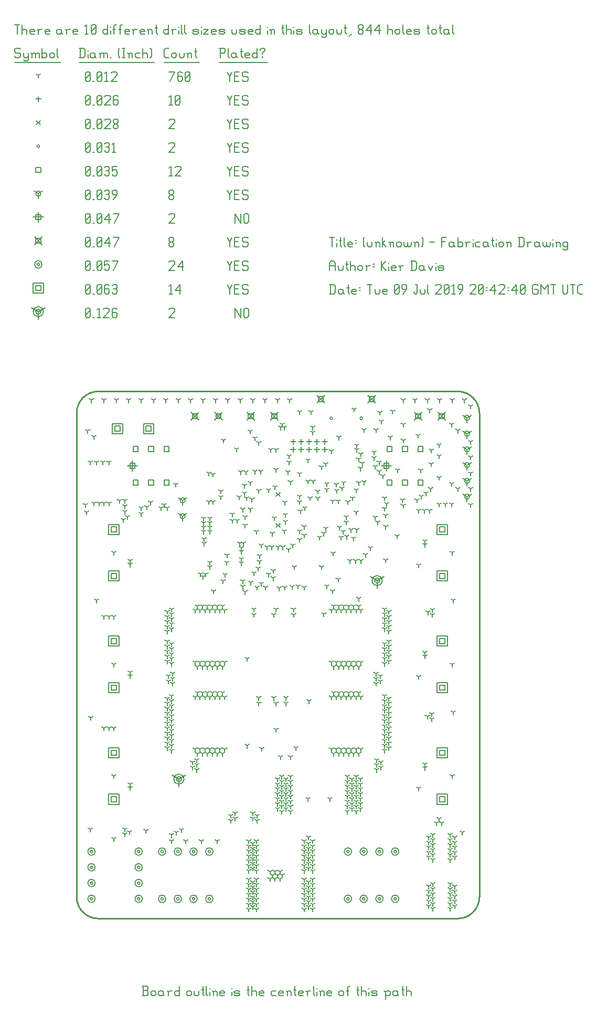
<source format=gbr>
G04 start of page 15 for group -3984 idx -3984 *
G04 Title: (unknown), fab *
G04 Creator: pcb 20140316 *
G04 CreationDate: Tue 09 Jul 2019 20:42:40 GMT UTC *
G04 For: kier *
G04 Format: Gerber/RS-274X *
G04 PCB-Dimensions (mil): 3346.46 4133.86 *
G04 PCB-Coordinate-Origin: lower left *
%MOIN*%
%FSLAX25Y25*%
%LNFAB*%
%ADD234C,0.0100*%
%ADD233C,0.0075*%
%ADD232C,0.0060*%
%ADD231C,0.0001*%
%ADD230R,0.0080X0.0080*%
G54D230*X104331Y127953D02*Y123153D01*
G54D231*G36*
X103784Y128099D02*X108637Y130899D01*
X109037Y130206D01*
X104184Y127406D01*
X103784Y128099D01*
G37*
G36*
X104477Y127406D02*X99624Y130206D01*
X100024Y130899D01*
X104877Y128099D01*
X104477Y127406D01*
G37*
G54D230*X102731Y127953D02*G75*G03X105931Y127953I1600J0D01*G01*
G75*G03X102731Y127953I-1600J0D01*G01*
X101131D02*G75*G03X107531Y127953I3200J0D01*G01*
G75*G03X101131Y127953I-3200J0D01*G01*
X230315Y253937D02*Y249137D01*
G54D231*G36*
X229769Y254084D02*X234622Y256883D01*
X235021Y256190D01*
X230168Y253391D01*
X229769Y254084D01*
G37*
G36*
X230462Y253391D02*X225609Y256190D01*
X226008Y256883D01*
X230861Y254084D01*
X230462Y253391D01*
G37*
G54D230*X228715Y253937D02*G75*G03X231915Y253937I1600J0D01*G01*
G75*G03X228715Y253937I-1600J0D01*G01*
X227115D02*G75*G03X233515Y253937I3200J0D01*G01*
G75*G03X227115Y253937I-3200J0D01*G01*
X15000Y424636D02*Y419836D01*
G54D231*G36*
X14454Y424782D02*X19307Y427582D01*
X19706Y426889D01*
X14853Y424089D01*
X14454Y424782D01*
G37*
G36*
X15147Y424089D02*X10294Y426889D01*
X10693Y427582D01*
X15546Y424782D01*
X15147Y424089D01*
G37*
G54D230*X13400Y424636D02*G75*G03X16600Y424636I1600J0D01*G01*
G75*G03X13400Y424636I-1600J0D01*G01*
X11800D02*G75*G03X18200Y424636I3200J0D01*G01*
G75*G03X11800Y424636I-3200J0D01*G01*
G54D232*X140000Y426886D02*Y420886D01*
Y426886D02*X143750Y420886D01*
Y426886D02*Y420886D01*
X145550Y426136D02*Y421636D01*
Y426136D02*X146300Y426886D01*
X147800D01*
X148550Y426136D01*
Y421636D01*
X147800Y420886D02*X148550Y421636D01*
X146300Y420886D02*X147800D01*
X145550Y421636D02*X146300Y420886D01*
X98000Y426136D02*X98750Y426886D01*
X101000D01*
X101750Y426136D01*
Y424636D01*
X98000Y420886D02*X101750Y424636D01*
X98000Y420886D02*X101750D01*
X45000Y421636D02*X45750Y420886D01*
X45000Y426136D02*Y421636D01*
Y426136D02*X45750Y426886D01*
X47250D01*
X48000Y426136D01*
Y421636D01*
X47250Y420886D02*X48000Y421636D01*
X45750Y420886D02*X47250D01*
X45000Y422386D02*X48000Y425386D01*
X49800Y420886D02*X50550D01*
X52350Y425686D02*X53550Y426886D01*
Y420886D01*
X52350D02*X54600D01*
X56400Y426136D02*X57150Y426886D01*
X59400D01*
X60150Y426136D01*
Y424636D01*
X56400Y420886D02*X60150Y424636D01*
X56400Y420886D02*X60150D01*
X64200Y426886D02*X64950Y426136D01*
X62700Y426886D02*X64200D01*
X61950Y426136D02*X62700Y426886D01*
X61950Y426136D02*Y421636D01*
X62700Y420886D01*
X64200Y424186D02*X64950Y423436D01*
X61950Y424186D02*X64200D01*
X62700Y420886D02*X64200D01*
X64950Y421636D01*
Y423436D02*Y421636D01*
X270054Y116757D02*X273254D01*
X270054D02*Y113557D01*
X273254D01*
Y116757D02*Y113557D01*
X268454Y118357D02*X274854D01*
X268454D02*Y111957D01*
X274854D01*
Y118357D02*Y111957D01*
X270054Y146285D02*X273254D01*
X270054D02*Y143085D01*
X273254D01*
Y146285D02*Y143085D01*
X268454Y147885D02*X274854D01*
X268454D02*Y141485D01*
X274854D01*
Y147885D02*Y141485D01*
X270054Y258490D02*X273254D01*
X270054D02*Y255290D01*
X273254D01*
Y258490D02*Y255290D01*
X268454Y260090D02*X274854D01*
X268454D02*Y253690D01*
X274854D01*
Y260090D02*Y253690D01*
X270054Y288017D02*X273254D01*
X270054D02*Y284817D01*
X273254D01*
Y288017D02*Y284817D01*
X268454Y289617D02*X274854D01*
X268454D02*Y283217D01*
X274854D01*
Y289617D02*Y283217D01*
X270054Y187624D02*X273254D01*
X270054D02*Y184424D01*
X273254D01*
Y187624D02*Y184424D01*
X268454Y189224D02*X274854D01*
X268454D02*Y182824D01*
X274854D01*
Y189224D02*Y182824D01*
X270054Y217151D02*X273254D01*
X270054D02*Y213951D01*
X273254D01*
Y217151D02*Y213951D01*
X268454Y218751D02*X274854D01*
X268454D02*Y212351D01*
X274854D01*
Y218751D02*Y212351D01*
X61392Y146285D02*X64592D01*
X61392D02*Y143085D01*
X64592D01*
Y146285D02*Y143085D01*
X59792Y147885D02*X66192D01*
X59792D02*Y141485D01*
X66192D01*
Y147885D02*Y141485D01*
X61392Y116757D02*X64592D01*
X61392D02*Y113557D01*
X64592D01*
Y116757D02*Y113557D01*
X59792Y118357D02*X66192D01*
X59792D02*Y111957D01*
X66192D01*
Y118357D02*Y111957D01*
X61392Y217151D02*X64592D01*
X61392D02*Y213951D01*
X64592D01*
Y217151D02*Y213951D01*
X59792Y218751D02*X66192D01*
X59792D02*Y212351D01*
X66192D01*
Y218751D02*Y212351D01*
X61392Y187624D02*X64592D01*
X61392D02*Y184424D01*
X64592D01*
Y187624D02*Y184424D01*
X59792Y189224D02*X66192D01*
X59792D02*Y182824D01*
X66192D01*
Y189224D02*Y182824D01*
X61392Y288017D02*X64592D01*
X61392D02*Y284817D01*
X64592D01*
Y288017D02*Y284817D01*
X59792Y289617D02*X66192D01*
X59792D02*Y283217D01*
X66192D01*
Y289617D02*Y283217D01*
X61392Y258490D02*X64592D01*
X61392D02*Y255290D01*
X64592D01*
Y258490D02*Y255290D01*
X59792Y260090D02*X66192D01*
X59792D02*Y253690D01*
X66192D01*
Y260090D02*Y253690D01*
X83439Y351994D02*X86639D01*
X83439D02*Y348794D01*
X86639D01*
Y351994D02*Y348794D01*
X81839Y353594D02*X88239D01*
X81839D02*Y347194D01*
X88239D01*
Y353594D02*Y347194D01*
X63754Y351994D02*X66954D01*
X63754D02*Y348794D01*
X66954D01*
Y351994D02*Y348794D01*
X62154Y353594D02*X68554D01*
X62154D02*Y347194D01*
X68554D01*
Y353594D02*Y347194D01*
X13400Y441236D02*X16600D01*
X13400D02*Y438036D01*
X16600D01*
Y441236D02*Y438036D01*
X11800Y442836D02*X18200D01*
X11800D02*Y436436D01*
X18200D01*
Y442836D02*Y436436D01*
X135000Y441886D02*X136500Y438886D01*
X138000Y441886D01*
X136500Y438886D02*Y435886D01*
X139800Y439186D02*X142050D01*
X139800Y435886D02*X142800D01*
X139800Y441886D02*Y435886D01*
Y441886D02*X142800D01*
X147600D02*X148350Y441136D01*
X145350Y441886D02*X147600D01*
X144600Y441136D02*X145350Y441886D01*
X144600Y441136D02*Y439636D01*
X145350Y438886D01*
X147600D01*
X148350Y438136D01*
Y436636D01*
X147600Y435886D02*X148350Y436636D01*
X145350Y435886D02*X147600D01*
X144600Y436636D02*X145350Y435886D01*
X98000Y440686D02*X99200Y441886D01*
Y435886D01*
X98000D02*X100250D01*
X102050Y438136D02*X105050Y441886D01*
X102050Y438136D02*X105800D01*
X105050Y441886D02*Y435886D01*
X45000Y436636D02*X45750Y435886D01*
X45000Y441136D02*Y436636D01*
Y441136D02*X45750Y441886D01*
X47250D01*
X48000Y441136D01*
Y436636D01*
X47250Y435886D02*X48000Y436636D01*
X45750Y435886D02*X47250D01*
X45000Y437386D02*X48000Y440386D01*
X49800Y435886D02*X50550D01*
X52350Y436636D02*X53100Y435886D01*
X52350Y441136D02*Y436636D01*
Y441136D02*X53100Y441886D01*
X54600D01*
X55350Y441136D01*
Y436636D01*
X54600Y435886D02*X55350Y436636D01*
X53100Y435886D02*X54600D01*
X52350Y437386D02*X55350Y440386D01*
X59400Y441886D02*X60150Y441136D01*
X57900Y441886D02*X59400D01*
X57150Y441136D02*X57900Y441886D01*
X57150Y441136D02*Y436636D01*
X57900Y435886D01*
X59400Y439186D02*X60150Y438436D01*
X57150Y439186D02*X59400D01*
X57900Y435886D02*X59400D01*
X60150Y436636D01*
Y438436D02*Y436636D01*
X61950Y441136D02*X62700Y441886D01*
X64200D01*
X64950Y441136D01*
X64200Y435886D02*X64950Y436636D01*
X62700Y435886D02*X64200D01*
X61950Y436636D02*X62700Y435886D01*
Y439186D02*X64200D01*
X64950Y441136D02*Y439936D01*
Y438436D02*Y436636D01*
Y438436D02*X64200Y439186D01*
X64950Y439936D02*X64200Y439186D01*
X47980Y51929D02*G75*G03X49580Y51929I800J0D01*G01*
G75*G03X47980Y51929I-800J0D01*G01*
X46380D02*G75*G03X51180Y51929I2400J0D01*G01*
G75*G03X46380Y51929I-2400J0D01*G01*
X47980Y61929D02*G75*G03X49580Y61929I800J0D01*G01*
G75*G03X47980Y61929I-800J0D01*G01*
X46380D02*G75*G03X51180Y61929I2400J0D01*G01*
G75*G03X46380Y61929I-2400J0D01*G01*
X47980Y71929D02*G75*G03X49580Y71929I800J0D01*G01*
G75*G03X47980Y71929I-800J0D01*G01*
X46380D02*G75*G03X51180Y71929I2400J0D01*G01*
G75*G03X46380Y71929I-2400J0D01*G01*
X47980Y81929D02*G75*G03X49580Y81929I800J0D01*G01*
G75*G03X47980Y81929I-800J0D01*G01*
X46380D02*G75*G03X51180Y81929I2400J0D01*G01*
G75*G03X46380Y81929I-2400J0D01*G01*
X77980Y51929D02*G75*G03X79580Y51929I800J0D01*G01*
G75*G03X77980Y51929I-800J0D01*G01*
X76380D02*G75*G03X81180Y51929I2400J0D01*G01*
G75*G03X76380Y51929I-2400J0D01*G01*
X77980Y61929D02*G75*G03X79580Y61929I800J0D01*G01*
G75*G03X77980Y61929I-800J0D01*G01*
X76380D02*G75*G03X81180Y61929I2400J0D01*G01*
G75*G03X76380Y61929I-2400J0D01*G01*
X77980Y71929D02*G75*G03X79580Y71929I800J0D01*G01*
G75*G03X77980Y71929I-800J0D01*G01*
X76380D02*G75*G03X81180Y71929I2400J0D01*G01*
G75*G03X76380Y71929I-2400J0D01*G01*
X77980Y81929D02*G75*G03X79580Y81929I800J0D01*G01*
G75*G03X77980Y81929I-800J0D01*G01*
X76380D02*G75*G03X81180Y81929I2400J0D01*G01*
G75*G03X76380Y81929I-2400J0D01*G01*
X210972D02*G75*G03X212572Y81929I800J0D01*G01*
G75*G03X210972Y81929I-800J0D01*G01*
X209372D02*G75*G03X214172Y81929I2400J0D01*G01*
G75*G03X209372Y81929I-2400J0D01*G01*
X220972D02*G75*G03X222572Y81929I800J0D01*G01*
G75*G03X220972Y81929I-800J0D01*G01*
X219372D02*G75*G03X224172Y81929I2400J0D01*G01*
G75*G03X219372Y81929I-2400J0D01*G01*
X230972D02*G75*G03X232572Y81929I800J0D01*G01*
G75*G03X230972Y81929I-800J0D01*G01*
X229372D02*G75*G03X234172Y81929I2400J0D01*G01*
G75*G03X229372Y81929I-2400J0D01*G01*
X240972D02*G75*G03X242572Y81929I800J0D01*G01*
G75*G03X240972Y81929I-800J0D01*G01*
X239372D02*G75*G03X244172Y81929I2400J0D01*G01*
G75*G03X239372Y81929I-2400J0D01*G01*
X210972Y51929D02*G75*G03X212572Y51929I800J0D01*G01*
G75*G03X210972Y51929I-800J0D01*G01*
X209372D02*G75*G03X214172Y51929I2400J0D01*G01*
G75*G03X209372Y51929I-2400J0D01*G01*
X220972D02*G75*G03X222572Y51929I800J0D01*G01*
G75*G03X220972Y51929I-800J0D01*G01*
X219372D02*G75*G03X224172Y51929I2400J0D01*G01*
G75*G03X219372Y51929I-2400J0D01*G01*
X230972D02*G75*G03X232572Y51929I800J0D01*G01*
G75*G03X230972Y51929I-800J0D01*G01*
X229372D02*G75*G03X234172Y51929I2400J0D01*G01*
G75*G03X229372Y51929I-2400J0D01*G01*
X240972D02*G75*G03X242572Y51929I800J0D01*G01*
G75*G03X240972Y51929I-800J0D01*G01*
X239372D02*G75*G03X244172Y51929I2400J0D01*G01*
G75*G03X239372Y51929I-2400J0D01*G01*
X92861Y81929D02*G75*G03X94461Y81929I800J0D01*G01*
G75*G03X92861Y81929I-800J0D01*G01*
X91261D02*G75*G03X96061Y81929I2400J0D01*G01*
G75*G03X91261Y81929I-2400J0D01*G01*
X102861D02*G75*G03X104461Y81929I800J0D01*G01*
G75*G03X102861Y81929I-800J0D01*G01*
X101261D02*G75*G03X106061Y81929I2400J0D01*G01*
G75*G03X101261Y81929I-2400J0D01*G01*
X112861D02*G75*G03X114461Y81929I800J0D01*G01*
G75*G03X112861Y81929I-800J0D01*G01*
X111261D02*G75*G03X116061Y81929I2400J0D01*G01*
G75*G03X111261Y81929I-2400J0D01*G01*
X122861D02*G75*G03X124461Y81929I800J0D01*G01*
G75*G03X122861Y81929I-800J0D01*G01*
X121261D02*G75*G03X126061Y81929I2400J0D01*G01*
G75*G03X121261Y81929I-2400J0D01*G01*
X92861Y51929D02*G75*G03X94461Y51929I800J0D01*G01*
G75*G03X92861Y51929I-800J0D01*G01*
X91261D02*G75*G03X96061Y51929I2400J0D01*G01*
G75*G03X91261Y51929I-2400J0D01*G01*
X102861D02*G75*G03X104461Y51929I800J0D01*G01*
G75*G03X102861Y51929I-800J0D01*G01*
X101261D02*G75*G03X106061Y51929I2400J0D01*G01*
G75*G03X101261Y51929I-2400J0D01*G01*
X112861D02*G75*G03X114461Y51929I800J0D01*G01*
G75*G03X112861Y51929I-800J0D01*G01*
X111261D02*G75*G03X116061Y51929I2400J0D01*G01*
G75*G03X111261Y51929I-2400J0D01*G01*
X122861D02*G75*G03X124461Y51929I800J0D01*G01*
G75*G03X122861Y51929I-800J0D01*G01*
X121261D02*G75*G03X126061Y51929I2400J0D01*G01*
G75*G03X121261Y51929I-2400J0D01*G01*
X14200Y454636D02*G75*G03X15800Y454636I800J0D01*G01*
G75*G03X14200Y454636I-800J0D01*G01*
X12600D02*G75*G03X17400Y454636I2400J0D01*G01*
G75*G03X12600Y454636I-2400J0D01*G01*
X135000Y456886D02*X136500Y453886D01*
X138000Y456886D01*
X136500Y453886D02*Y450886D01*
X139800Y454186D02*X142050D01*
X139800Y450886D02*X142800D01*
X139800Y456886D02*Y450886D01*
Y456886D02*X142800D01*
X147600D02*X148350Y456136D01*
X145350Y456886D02*X147600D01*
X144600Y456136D02*X145350Y456886D01*
X144600Y456136D02*Y454636D01*
X145350Y453886D01*
X147600D01*
X148350Y453136D01*
Y451636D01*
X147600Y450886D02*X148350Y451636D01*
X145350Y450886D02*X147600D01*
X144600Y451636D02*X145350Y450886D01*
X98000Y456136D02*X98750Y456886D01*
X101000D01*
X101750Y456136D01*
Y454636D01*
X98000Y450886D02*X101750Y454636D01*
X98000Y450886D02*X101750D01*
X103550Y453136D02*X106550Y456886D01*
X103550Y453136D02*X107300D01*
X106550Y456886D02*Y450886D01*
X45000Y451636D02*X45750Y450886D01*
X45000Y456136D02*Y451636D01*
Y456136D02*X45750Y456886D01*
X47250D01*
X48000Y456136D01*
Y451636D01*
X47250Y450886D02*X48000Y451636D01*
X45750Y450886D02*X47250D01*
X45000Y452386D02*X48000Y455386D01*
X49800Y450886D02*X50550D01*
X52350Y451636D02*X53100Y450886D01*
X52350Y456136D02*Y451636D01*
Y456136D02*X53100Y456886D01*
X54600D01*
X55350Y456136D01*
Y451636D01*
X54600Y450886D02*X55350Y451636D01*
X53100Y450886D02*X54600D01*
X52350Y452386D02*X55350Y455386D01*
X57150Y456886D02*X60150D01*
X57150D02*Y453886D01*
X57900Y454636D01*
X59400D01*
X60150Y453886D01*
Y451636D01*
X59400Y450886D02*X60150Y451636D01*
X57900Y450886D02*X59400D01*
X57150Y451636D02*X57900Y450886D01*
X62700D02*X65700Y456886D01*
X61950D02*X65700D01*
X224372Y371494D02*X229172Y366694D01*
X224372D02*X229172Y371494D01*
X225172Y370694D02*X228372D01*
X225172D02*Y367494D01*
X228372D01*
Y370694D02*Y367494D01*
X192088Y371494D02*X196888Y366694D01*
X192088D02*X196888Y371494D01*
X192888Y370694D02*X196088D01*
X192888D02*Y367494D01*
X196088D01*
Y370694D02*Y367494D01*
X127147Y360668D02*X131947Y355868D01*
X127147D02*X131947Y360668D01*
X127947Y359868D02*X131147D01*
X127947D02*Y356668D01*
X131147D01*
Y359868D02*Y356668D01*
X112147Y360668D02*X116947Y355868D01*
X112147D02*X116947Y360668D01*
X112947Y359868D02*X116147D01*
X112947D02*Y356668D01*
X116147D01*
Y359868D02*Y356668D01*
X162580Y360668D02*X167380Y355868D01*
X162580D02*X167380Y360668D01*
X163380Y359868D02*X166580D01*
X163380D02*Y356668D01*
X166580D01*
Y359868D02*Y356668D01*
X147580Y360668D02*X152380Y355868D01*
X147580D02*X152380Y360668D01*
X148380Y359868D02*X151580D01*
X148380D02*Y356668D01*
X151580D01*
Y359868D02*Y356668D01*
X268880Y360668D02*X273680Y355868D01*
X268880D02*X273680Y360668D01*
X269680Y359868D02*X272880D01*
X269680D02*Y356668D01*
X272880D01*
Y359868D02*Y356668D01*
X253880Y360668D02*X258680Y355868D01*
X253880D02*X258680Y360668D01*
X254680Y359868D02*X257880D01*
X254680D02*Y356668D01*
X257880D01*
Y359868D02*Y356668D01*
X236220Y329972D02*Y323572D01*
X233020Y326772D02*X239420D01*
X234620Y328372D02*X237820D01*
X234620D02*Y325172D01*
X237820D01*
Y328372D02*Y325172D01*
X74803Y329972D02*Y323572D01*
X71603Y326772D02*X78003D01*
X73203Y328372D02*X76403D01*
X73203D02*Y325172D01*
X76403D01*
Y328372D02*Y325172D01*
X12600Y472036D02*X17400Y467236D01*
X12600D02*X17400Y472036D01*
X13400Y471236D02*X16600D01*
X13400D02*Y468036D01*
X16600D01*
Y471236D02*Y468036D01*
X135000Y471886D02*X136500Y468886D01*
X138000Y471886D01*
X136500Y468886D02*Y465886D01*
X139800Y469186D02*X142050D01*
X139800Y465886D02*X142800D01*
X139800Y471886D02*Y465886D01*
Y471886D02*X142800D01*
X147600D02*X148350Y471136D01*
X145350Y471886D02*X147600D01*
X144600Y471136D02*X145350Y471886D01*
X144600Y471136D02*Y469636D01*
X145350Y468886D01*
X147600D01*
X148350Y468136D01*
Y466636D01*
X147600Y465886D02*X148350Y466636D01*
X145350Y465886D02*X147600D01*
X144600Y466636D02*X145350Y465886D01*
X98000Y466636D02*X98750Y465886D01*
X98000Y467836D02*Y466636D01*
Y467836D02*X99050Y468886D01*
X99950D01*
X101000Y467836D01*
Y466636D01*
X100250Y465886D02*X101000Y466636D01*
X98750Y465886D02*X100250D01*
X98000Y469936D02*X99050Y468886D01*
X98000Y471136D02*Y469936D01*
Y471136D02*X98750Y471886D01*
X100250D01*
X101000Y471136D01*
Y469936D01*
X99950Y468886D02*X101000Y469936D01*
X15000Y487836D02*Y481436D01*
X11800Y484636D02*X18200D01*
X13400Y486236D02*X16600D01*
X13400D02*Y483036D01*
X16600D01*
Y486236D02*Y483036D01*
X140000Y486886D02*Y480886D01*
Y486886D02*X143750Y480886D01*
Y486886D02*Y480886D01*
X145550Y486136D02*Y481636D01*
Y486136D02*X146300Y486886D01*
X147800D01*
X148550Y486136D01*
Y481636D01*
X147800Y480886D02*X148550Y481636D01*
X146300Y480886D02*X147800D01*
X145550Y481636D02*X146300Y480886D01*
X98000Y486136D02*X98750Y486886D01*
X101000D01*
X101750Y486136D01*
Y484636D01*
X98000Y480886D02*X101750Y484636D01*
X98000Y480886D02*X101750D01*
X45000Y481636D02*X45750Y480886D01*
X45000Y486136D02*Y481636D01*
Y486136D02*X45750Y486886D01*
X47250D01*
X48000Y486136D01*
Y481636D01*
X47250Y480886D02*X48000Y481636D01*
X45750Y480886D02*X47250D01*
X45000Y482386D02*X48000Y485386D01*
X49800Y480886D02*X50550D01*
X52350Y481636D02*X53100Y480886D01*
X52350Y486136D02*Y481636D01*
Y486136D02*X53100Y486886D01*
X54600D01*
X55350Y486136D01*
Y481636D01*
X54600Y480886D02*X55350Y481636D01*
X53100Y480886D02*X54600D01*
X52350Y482386D02*X55350Y485386D01*
X57150Y483136D02*X60150Y486886D01*
X57150Y483136D02*X60900D01*
X60150Y486886D02*Y480886D01*
X63450D02*X66450Y486886D01*
X62700D02*X66450D01*
X45000Y466636D02*X45750Y465886D01*
X45000Y471136D02*Y466636D01*
Y471136D02*X45750Y471886D01*
X47250D01*
X48000Y471136D01*
Y466636D01*
X47250Y465886D02*X48000Y466636D01*
X45750Y465886D02*X47250D01*
X45000Y467386D02*X48000Y470386D01*
X49800Y465886D02*X50550D01*
X52350Y466636D02*X53100Y465886D01*
X52350Y471136D02*Y466636D01*
Y471136D02*X53100Y471886D01*
X54600D01*
X55350Y471136D01*
Y466636D01*
X54600Y465886D02*X55350Y466636D01*
X53100Y465886D02*X54600D01*
X52350Y467386D02*X55350Y470386D01*
X57150Y468136D02*X60150Y471886D01*
X57150Y468136D02*X60900D01*
X60150Y471886D02*Y465886D01*
X63450D02*X66450Y471886D01*
X62700D02*X66450D01*
X287402Y357244D02*Y354044D01*
Y357244D02*X290175Y358844D01*
X287402Y357244D02*X284628Y358844D01*
X285802Y357244D02*G75*G03X289002Y357244I1600J0D01*G01*
G75*G03X285802Y357244I-1600J0D01*G01*
X287402Y347244D02*Y344044D01*
Y347244D02*X290175Y348844D01*
X287402Y347244D02*X284628Y348844D01*
X285802Y347244D02*G75*G03X289002Y347244I1600J0D01*G01*
G75*G03X285802Y347244I-1600J0D01*G01*
X287402Y337244D02*Y334044D01*
Y337244D02*X290175Y338844D01*
X287402Y337244D02*X284628Y338844D01*
X285802Y337244D02*G75*G03X289002Y337244I1600J0D01*G01*
G75*G03X285802Y337244I-1600J0D01*G01*
X287402Y327244D02*Y324044D01*
Y327244D02*X290175Y328844D01*
X287402Y327244D02*X284628Y328844D01*
X285802Y327244D02*G75*G03X289002Y327244I1600J0D01*G01*
G75*G03X285802Y327244I-1600J0D01*G01*
X287402Y317244D02*Y314044D01*
Y317244D02*X290175Y318844D01*
X287402Y317244D02*X284628Y318844D01*
X285802Y317244D02*G75*G03X289002Y317244I1600J0D01*G01*
G75*G03X285802Y317244I-1600J0D01*G01*
X287402Y307244D02*Y304044D01*
Y307244D02*X290175Y308844D01*
X287402Y307244D02*X284628Y308844D01*
X285802Y307244D02*G75*G03X289002Y307244I1600J0D01*G01*
G75*G03X285802Y307244I-1600J0D01*G01*
X106693Y304882D02*Y301682D01*
Y304882D02*X109466Y306482D01*
X106693Y304882D02*X103920Y306482D01*
X105093Y304882D02*G75*G03X108293Y304882I1600J0D01*G01*
G75*G03X105093Y304882I-1600J0D01*G01*
X106693Y294882D02*Y291682D01*
Y294882D02*X109466Y296482D01*
X106693Y294882D02*X103920Y296482D01*
X105093Y294882D02*G75*G03X108293Y294882I1600J0D01*G01*
G75*G03X105093Y294882I-1600J0D01*G01*
X15000Y499636D02*Y496436D01*
Y499636D02*X17773Y501236D01*
X15000Y499636D02*X12227Y501236D01*
X13400Y499636D02*G75*G03X16600Y499636I1600J0D01*G01*
G75*G03X13400Y499636I-1600J0D01*G01*
X135000Y501886D02*X136500Y498886D01*
X138000Y501886D01*
X136500Y498886D02*Y495886D01*
X139800Y499186D02*X142050D01*
X139800Y495886D02*X142800D01*
X139800Y501886D02*Y495886D01*
Y501886D02*X142800D01*
X147600D02*X148350Y501136D01*
X145350Y501886D02*X147600D01*
X144600Y501136D02*X145350Y501886D01*
X144600Y501136D02*Y499636D01*
X145350Y498886D01*
X147600D01*
X148350Y498136D01*
Y496636D01*
X147600Y495886D02*X148350Y496636D01*
X145350Y495886D02*X147600D01*
X144600Y496636D02*X145350Y495886D01*
X98000Y496636D02*X98750Y495886D01*
X98000Y497836D02*Y496636D01*
Y497836D02*X99050Y498886D01*
X99950D01*
X101000Y497836D01*
Y496636D01*
X100250Y495886D02*X101000Y496636D01*
X98750Y495886D02*X100250D01*
X98000Y499936D02*X99050Y498886D01*
X98000Y501136D02*Y499936D01*
Y501136D02*X98750Y501886D01*
X100250D01*
X101000Y501136D01*
Y499936D01*
X99950Y498886D02*X101000Y499936D01*
X45000Y496636D02*X45750Y495886D01*
X45000Y501136D02*Y496636D01*
Y501136D02*X45750Y501886D01*
X47250D01*
X48000Y501136D01*
Y496636D01*
X47250Y495886D02*X48000Y496636D01*
X45750Y495886D02*X47250D01*
X45000Y497386D02*X48000Y500386D01*
X49800Y495886D02*X50550D01*
X52350Y496636D02*X53100Y495886D01*
X52350Y501136D02*Y496636D01*
Y501136D02*X53100Y501886D01*
X54600D01*
X55350Y501136D01*
Y496636D01*
X54600Y495886D02*X55350Y496636D01*
X53100Y495886D02*X54600D01*
X52350Y497386D02*X55350Y500386D01*
X57150Y501136D02*X57900Y501886D01*
X59400D01*
X60150Y501136D01*
X59400Y495886D02*X60150Y496636D01*
X57900Y495886D02*X59400D01*
X57150Y496636D02*X57900Y495886D01*
Y499186D02*X59400D01*
X60150Y501136D02*Y499936D01*
Y498436D02*Y496636D01*
Y498436D02*X59400Y499186D01*
X60150Y499936D02*X59400Y499186D01*
X62700Y495886D02*X64950Y498886D01*
Y501136D02*Y498886D01*
X64200Y501886D02*X64950Y501136D01*
X62700Y501886D02*X64200D01*
X61950Y501136D02*X62700Y501886D01*
X61950Y501136D02*Y499636D01*
X62700Y498886D01*
X64950D01*
X256274Y317742D02*X259474D01*
X256274D02*Y314542D01*
X259474D01*
Y317742D02*Y314542D01*
X246431Y317742D02*X249631D01*
X246431D02*Y314542D01*
X249631D01*
Y317742D02*Y314542D01*
X236589Y317742D02*X239789D01*
X236589D02*Y314542D01*
X239789D01*
Y317742D02*Y314542D01*
X256274Y339002D02*X259474D01*
X256274D02*Y335802D01*
X259474D01*
Y339002D02*Y335802D01*
X246431Y339002D02*X249631D01*
X246431D02*Y335802D01*
X249631D01*
Y339002D02*Y335802D01*
X236589Y339002D02*X239789D01*
X236589D02*Y335802D01*
X239789D01*
Y339002D02*Y335802D01*
X94857Y317742D02*X98057D01*
X94857D02*Y314542D01*
X98057D01*
Y317742D02*Y314542D01*
X85014Y317742D02*X88214D01*
X85014D02*Y314542D01*
X88214D01*
Y317742D02*Y314542D01*
X75172Y317742D02*X78372D01*
X75172D02*Y314542D01*
X78372D01*
Y317742D02*Y314542D01*
X94857Y339002D02*X98057D01*
X94857D02*Y335802D01*
X98057D01*
Y339002D02*Y335802D01*
X85014Y339002D02*X88214D01*
X85014D02*Y335802D01*
X88214D01*
Y339002D02*Y335802D01*
X75172Y339002D02*X78372D01*
X75172D02*Y335802D01*
X78372D01*
Y339002D02*Y335802D01*
X13400Y516236D02*X16600D01*
X13400D02*Y513036D01*
X16600D01*
Y516236D02*Y513036D01*
X135000Y516886D02*X136500Y513886D01*
X138000Y516886D01*
X136500Y513886D02*Y510886D01*
X139800Y514186D02*X142050D01*
X139800Y510886D02*X142800D01*
X139800Y516886D02*Y510886D01*
Y516886D02*X142800D01*
X147600D02*X148350Y516136D01*
X145350Y516886D02*X147600D01*
X144600Y516136D02*X145350Y516886D01*
X144600Y516136D02*Y514636D01*
X145350Y513886D01*
X147600D01*
X148350Y513136D01*
Y511636D01*
X147600Y510886D02*X148350Y511636D01*
X145350Y510886D02*X147600D01*
X144600Y511636D02*X145350Y510886D01*
X98000Y515686D02*X99200Y516886D01*
Y510886D01*
X98000D02*X100250D01*
X102050Y516136D02*X102800Y516886D01*
X105050D01*
X105800Y516136D01*
Y514636D01*
X102050Y510886D02*X105800Y514636D01*
X102050Y510886D02*X105800D01*
X45000Y511636D02*X45750Y510886D01*
X45000Y516136D02*Y511636D01*
Y516136D02*X45750Y516886D01*
X47250D01*
X48000Y516136D01*
Y511636D01*
X47250Y510886D02*X48000Y511636D01*
X45750Y510886D02*X47250D01*
X45000Y512386D02*X48000Y515386D01*
X49800Y510886D02*X50550D01*
X52350Y511636D02*X53100Y510886D01*
X52350Y516136D02*Y511636D01*
Y516136D02*X53100Y516886D01*
X54600D01*
X55350Y516136D01*
Y511636D01*
X54600Y510886D02*X55350Y511636D01*
X53100Y510886D02*X54600D01*
X52350Y512386D02*X55350Y515386D01*
X57150Y516136D02*X57900Y516886D01*
X59400D01*
X60150Y516136D01*
X59400Y510886D02*X60150Y511636D01*
X57900Y510886D02*X59400D01*
X57150Y511636D02*X57900Y510886D01*
Y514186D02*X59400D01*
X60150Y516136D02*Y514936D01*
Y513436D02*Y511636D01*
Y513436D02*X59400Y514186D01*
X60150Y514936D02*X59400Y514186D01*
X61950Y516886D02*X64950D01*
X61950D02*Y513886D01*
X62700Y514636D01*
X64200D01*
X64950Y513886D01*
Y511636D01*
X64200Y510886D02*X64950Y511636D01*
X62700Y510886D02*X64200D01*
X61950Y511636D02*X62700Y510886D01*
X219377Y356969D02*G75*G03X220977Y356969I800J0D01*G01*
G75*G03X219377Y356969I-800J0D01*G01*
X200283D02*G75*G03X201883Y356969I800J0D01*G01*
G75*G03X200283Y356969I-800J0D01*G01*
X14200Y529636D02*G75*G03X15800Y529636I800J0D01*G01*
G75*G03X14200Y529636I-800J0D01*G01*
X135000Y531886D02*X136500Y528886D01*
X138000Y531886D01*
X136500Y528886D02*Y525886D01*
X139800Y529186D02*X142050D01*
X139800Y525886D02*X142800D01*
X139800Y531886D02*Y525886D01*
Y531886D02*X142800D01*
X147600D02*X148350Y531136D01*
X145350Y531886D02*X147600D01*
X144600Y531136D02*X145350Y531886D01*
X144600Y531136D02*Y529636D01*
X145350Y528886D01*
X147600D01*
X148350Y528136D01*
Y526636D01*
X147600Y525886D02*X148350Y526636D01*
X145350Y525886D02*X147600D01*
X144600Y526636D02*X145350Y525886D01*
X98000Y531136D02*X98750Y531886D01*
X101000D01*
X101750Y531136D01*
Y529636D01*
X98000Y525886D02*X101750Y529636D01*
X98000Y525886D02*X101750D01*
X45000Y526636D02*X45750Y525886D01*
X45000Y531136D02*Y526636D01*
Y531136D02*X45750Y531886D01*
X47250D01*
X48000Y531136D01*
Y526636D01*
X47250Y525886D02*X48000Y526636D01*
X45750Y525886D02*X47250D01*
X45000Y527386D02*X48000Y530386D01*
X49800Y525886D02*X50550D01*
X52350Y526636D02*X53100Y525886D01*
X52350Y531136D02*Y526636D01*
Y531136D02*X53100Y531886D01*
X54600D01*
X55350Y531136D01*
Y526636D01*
X54600Y525886D02*X55350Y526636D01*
X53100Y525886D02*X54600D01*
X52350Y527386D02*X55350Y530386D01*
X57150Y531136D02*X57900Y531886D01*
X59400D01*
X60150Y531136D01*
X59400Y525886D02*X60150Y526636D01*
X57900Y525886D02*X59400D01*
X57150Y526636D02*X57900Y525886D01*
Y529186D02*X59400D01*
X60150Y531136D02*Y529936D01*
Y528436D02*Y526636D01*
Y528436D02*X59400Y529186D01*
X60150Y529936D02*X59400Y529186D01*
X61950Y530686D02*X63150Y531886D01*
Y525886D01*
X61950D02*X64200D01*
X166123Y309861D02*X168523Y307461D01*
X166123D02*X168523Y309861D01*
X166123Y290176D02*X168523Y287776D01*
X166123D02*X168523Y290176D01*
X13800Y545836D02*X16200Y543436D01*
X13800D02*X16200Y545836D01*
X135000Y546886D02*X136500Y543886D01*
X138000Y546886D01*
X136500Y543886D02*Y540886D01*
X139800Y544186D02*X142050D01*
X139800Y540886D02*X142800D01*
X139800Y546886D02*Y540886D01*
Y546886D02*X142800D01*
X147600D02*X148350Y546136D01*
X145350Y546886D02*X147600D01*
X144600Y546136D02*X145350Y546886D01*
X144600Y546136D02*Y544636D01*
X145350Y543886D01*
X147600D01*
X148350Y543136D01*
Y541636D01*
X147600Y540886D02*X148350Y541636D01*
X145350Y540886D02*X147600D01*
X144600Y541636D02*X145350Y540886D01*
X98000Y546136D02*X98750Y546886D01*
X101000D01*
X101750Y546136D01*
Y544636D01*
X98000Y540886D02*X101750Y544636D01*
X98000Y540886D02*X101750D01*
X45000Y541636D02*X45750Y540886D01*
X45000Y546136D02*Y541636D01*
Y546136D02*X45750Y546886D01*
X47250D01*
X48000Y546136D01*
Y541636D01*
X47250Y540886D02*X48000Y541636D01*
X45750Y540886D02*X47250D01*
X45000Y542386D02*X48000Y545386D01*
X49800Y540886D02*X50550D01*
X52350Y541636D02*X53100Y540886D01*
X52350Y546136D02*Y541636D01*
Y546136D02*X53100Y546886D01*
X54600D01*
X55350Y546136D01*
Y541636D01*
X54600Y540886D02*X55350Y541636D01*
X53100Y540886D02*X54600D01*
X52350Y542386D02*X55350Y545386D01*
X57150Y546136D02*X57900Y546886D01*
X60150D01*
X60900Y546136D01*
Y544636D01*
X57150Y540886D02*X60900Y544636D01*
X57150Y540886D02*X60900D01*
X62700Y541636D02*X63450Y540886D01*
X62700Y542836D02*Y541636D01*
Y542836D02*X63750Y543886D01*
X64650D01*
X65700Y542836D01*
Y541636D01*
X64950Y540886D02*X65700Y541636D01*
X63450Y540886D02*X64950D01*
X62700Y544936D02*X63750Y543886D01*
X62700Y546136D02*Y544936D01*
Y546136D02*X63450Y546886D01*
X64950D01*
X65700Y546136D01*
Y544936D01*
X64650Y543886D02*X65700Y544936D01*
X197008Y343726D02*Y340526D01*
X195408Y342126D02*X198608D01*
X197008Y338726D02*Y335526D01*
X195408Y337126D02*X198608D01*
X192008Y343726D02*Y340526D01*
X190408Y342126D02*X193608D01*
X192008Y338726D02*Y335526D01*
X190408Y337126D02*X193608D01*
X187008Y343726D02*Y340526D01*
X185408Y342126D02*X188608D01*
X187008Y338726D02*Y335526D01*
X185408Y337126D02*X188608D01*
X182008Y343726D02*Y340526D01*
X180408Y342126D02*X183608D01*
X182008Y338726D02*Y335526D01*
X180408Y337126D02*X183608D01*
X177008Y343726D02*Y340526D01*
X175408Y342126D02*X178608D01*
X177008Y338726D02*Y335526D01*
X175408Y337126D02*X178608D01*
X15000Y561236D02*Y558036D01*
X13400Y559636D02*X16600D01*
X135000Y561886D02*X136500Y558886D01*
X138000Y561886D01*
X136500Y558886D02*Y555886D01*
X139800Y559186D02*X142050D01*
X139800Y555886D02*X142800D01*
X139800Y561886D02*Y555886D01*
Y561886D02*X142800D01*
X147600D02*X148350Y561136D01*
X145350Y561886D02*X147600D01*
X144600Y561136D02*X145350Y561886D01*
X144600Y561136D02*Y559636D01*
X145350Y558886D01*
X147600D01*
X148350Y558136D01*
Y556636D01*
X147600Y555886D02*X148350Y556636D01*
X145350Y555886D02*X147600D01*
X144600Y556636D02*X145350Y555886D01*
X98000Y560686D02*X99200Y561886D01*
Y555886D01*
X98000D02*X100250D01*
X102050Y556636D02*X102800Y555886D01*
X102050Y561136D02*Y556636D01*
Y561136D02*X102800Y561886D01*
X104300D01*
X105050Y561136D01*
Y556636D01*
X104300Y555886D02*X105050Y556636D01*
X102800Y555886D02*X104300D01*
X102050Y557386D02*X105050Y560386D01*
X45000Y556636D02*X45750Y555886D01*
X45000Y561136D02*Y556636D01*
Y561136D02*X45750Y561886D01*
X47250D01*
X48000Y561136D01*
Y556636D01*
X47250Y555886D02*X48000Y556636D01*
X45750Y555886D02*X47250D01*
X45000Y557386D02*X48000Y560386D01*
X49800Y555886D02*X50550D01*
X52350Y556636D02*X53100Y555886D01*
X52350Y561136D02*Y556636D01*
Y561136D02*X53100Y561886D01*
X54600D01*
X55350Y561136D01*
Y556636D01*
X54600Y555886D02*X55350Y556636D01*
X53100Y555886D02*X54600D01*
X52350Y557386D02*X55350Y560386D01*
X57150Y561136D02*X57900Y561886D01*
X60150D01*
X60900Y561136D01*
Y559636D01*
X57150Y555886D02*X60900Y559636D01*
X57150Y555886D02*X60900D01*
X64950Y561886D02*X65700Y561136D01*
X63450Y561886D02*X64950D01*
X62700Y561136D02*X63450Y561886D01*
X62700Y561136D02*Y556636D01*
X63450Y555886D01*
X64950Y559186D02*X65700Y558436D01*
X62700Y559186D02*X64950D01*
X63450Y555886D02*X64950D01*
X65700Y556636D01*
Y558436D02*Y556636D01*
X153543Y45276D02*Y43676D01*
Y45276D02*X154930Y46076D01*
X153543Y45276D02*X152157Y46076D01*
X153543Y48425D02*Y46825D01*
Y48425D02*X154930Y49225D01*
X153543Y48425D02*X152157Y49225D01*
X153543Y51575D02*Y49975D01*
Y51575D02*X154930Y52375D01*
X153543Y51575D02*X152157Y52375D01*
X153543Y54724D02*Y53124D01*
Y54724D02*X154930Y55524D01*
X153543Y54724D02*X152157Y55524D01*
X153543Y57874D02*Y56274D01*
Y57874D02*X154930Y58674D01*
X153543Y57874D02*X152157Y58674D01*
X153543Y61024D02*Y59424D01*
Y61024D02*X154930Y61824D01*
X153543Y61024D02*X152157Y61824D01*
X153543Y64173D02*Y62573D01*
Y64173D02*X154930Y64973D01*
X153543Y64173D02*X152157Y64973D01*
X151181Y46850D02*Y45250D01*
Y46850D02*X152568Y47650D01*
X151181Y46850D02*X149794Y47650D01*
X151181Y50000D02*Y48400D01*
Y50000D02*X152568Y50800D01*
X151181Y50000D02*X149794Y50800D01*
X151181Y53150D02*Y51550D01*
Y53150D02*X152568Y53950D01*
X151181Y53150D02*X149794Y53950D01*
X151181Y56299D02*Y54699D01*
Y56299D02*X152568Y57099D01*
X151181Y56299D02*X149794Y57099D01*
X151181Y59449D02*Y57849D01*
Y59449D02*X152568Y60249D01*
X151181Y59449D02*X149794Y60249D01*
X151181Y62598D02*Y60998D01*
Y62598D02*X152568Y63398D01*
X151181Y62598D02*X149794Y63398D01*
X148819Y64173D02*Y62573D01*
Y64173D02*X150206Y64973D01*
X148819Y64173D02*X147432Y64973D01*
X148819Y61024D02*Y59424D01*
Y61024D02*X150206Y61824D01*
X148819Y61024D02*X147432Y61824D01*
X148819Y57874D02*Y56274D01*
Y57874D02*X150206Y58674D01*
X148819Y57874D02*X147432Y58674D01*
X148819Y54724D02*Y53124D01*
Y54724D02*X150206Y55524D01*
X148819Y54724D02*X147432Y55524D01*
X148819Y51575D02*Y49975D01*
Y51575D02*X150206Y52375D01*
X148819Y51575D02*X147432Y52375D01*
X148819Y48425D02*Y46825D01*
Y48425D02*X150206Y49225D01*
X148819Y48425D02*X147432Y49225D01*
X148819Y45276D02*Y43676D01*
Y45276D02*X150206Y46076D01*
X148819Y45276D02*X147432Y46076D01*
X163780Y66929D02*Y65329D01*
Y66929D02*X165166Y67729D01*
X163780Y66929D02*X162393Y67729D01*
X166929Y66929D02*Y65329D01*
Y66929D02*X168316Y67729D01*
X166929Y66929D02*X165542Y67729D01*
X170079Y66929D02*Y65329D01*
Y66929D02*X171465Y67729D01*
X170079Y66929D02*X168692Y67729D01*
X168504Y69291D02*Y67691D01*
Y69291D02*X169891Y70091D01*
X168504Y69291D02*X167117Y70091D01*
X165354Y69291D02*Y67691D01*
Y69291D02*X166741Y70091D01*
X165354Y69291D02*X163968Y70091D01*
X165354Y64567D02*Y62967D01*
Y64567D02*X166741Y65367D01*
X165354Y64567D02*X163968Y65367D01*
X168504Y64567D02*Y62967D01*
Y64567D02*X169891Y65367D01*
X168504Y64567D02*X167117Y65367D01*
X162205Y64567D02*Y62967D01*
Y64567D02*X163591Y65367D01*
X162205Y64567D02*X160818Y65367D01*
X162205Y69291D02*Y67691D01*
Y69291D02*X163591Y70091D01*
X162205Y69291D02*X160818Y70091D01*
X153543Y69685D02*Y68085D01*
Y69685D02*X154930Y70485D01*
X153543Y69685D02*X152157Y70485D01*
X153543Y72835D02*Y71235D01*
Y72835D02*X154930Y73635D01*
X153543Y72835D02*X152157Y73635D01*
X153543Y75984D02*Y74384D01*
Y75984D02*X154930Y76784D01*
X153543Y75984D02*X152157Y76784D01*
X153543Y79134D02*Y77534D01*
Y79134D02*X154930Y79934D01*
X153543Y79134D02*X152157Y79934D01*
X153543Y82283D02*Y80683D01*
Y82283D02*X154930Y83083D01*
X153543Y82283D02*X152157Y83083D01*
X153543Y85433D02*Y83833D01*
Y85433D02*X154930Y86233D01*
X153543Y85433D02*X152157Y86233D01*
X153543Y88583D02*Y86983D01*
Y88583D02*X154930Y89383D01*
X153543Y88583D02*X152157Y89383D01*
X151181Y71260D02*Y69660D01*
Y71260D02*X152568Y72060D01*
X151181Y71260D02*X149794Y72060D01*
X151181Y74409D02*Y72809D01*
Y74409D02*X152568Y75209D01*
X151181Y74409D02*X149794Y75209D01*
X151181Y77559D02*Y75959D01*
Y77559D02*X152568Y78359D01*
X151181Y77559D02*X149794Y78359D01*
X151181Y80709D02*Y79109D01*
Y80709D02*X152568Y81509D01*
X151181Y80709D02*X149794Y81509D01*
X151181Y83858D02*Y82258D01*
Y83858D02*X152568Y84658D01*
X151181Y83858D02*X149794Y84658D01*
X151181Y87008D02*Y85408D01*
Y87008D02*X152568Y87808D01*
X151181Y87008D02*X149794Y87808D01*
X148819Y88583D02*Y86983D01*
Y88583D02*X150206Y89383D01*
X148819Y88583D02*X147432Y89383D01*
X148819Y85433D02*Y83833D01*
Y85433D02*X150206Y86233D01*
X148819Y85433D02*X147432Y86233D01*
X148819Y82283D02*Y80683D01*
Y82283D02*X150206Y83083D01*
X148819Y82283D02*X147432Y83083D01*
X148819Y79134D02*Y77534D01*
Y79134D02*X150206Y79934D01*
X148819Y79134D02*X147432Y79934D01*
X148819Y75984D02*Y74384D01*
Y75984D02*X150206Y76784D01*
X148819Y75984D02*X147432Y76784D01*
X148819Y72835D02*Y71235D01*
Y72835D02*X150206Y73635D01*
X148819Y72835D02*X147432Y73635D01*
X148819Y69685D02*Y68085D01*
Y69685D02*X150206Y70485D01*
X148819Y69685D02*X147432Y70485D01*
X108661Y88583D02*Y86983D01*
Y88583D02*X110048Y89383D01*
X108661Y88583D02*X107275Y89383D01*
X118504Y88583D02*Y86983D01*
Y88583D02*X119891Y89383D01*
X118504Y88583D02*X117117Y89383D01*
X128740Y88583D02*Y86983D01*
Y88583D02*X130127Y89383D01*
X128740Y88583D02*X127353Y89383D01*
X183858Y88583D02*Y86983D01*
Y88583D02*X185245Y89383D01*
X183858Y88583D02*X182472Y89383D01*
X183858Y85433D02*Y83833D01*
Y85433D02*X185245Y86233D01*
X183858Y85433D02*X182472Y86233D01*
X183858Y82283D02*Y80683D01*
Y82283D02*X185245Y83083D01*
X183858Y82283D02*X182472Y83083D01*
X183858Y79134D02*Y77534D01*
Y79134D02*X185245Y79934D01*
X183858Y79134D02*X182472Y79934D01*
X183858Y75984D02*Y74384D01*
Y75984D02*X185245Y76784D01*
X183858Y75984D02*X182472Y76784D01*
X183858Y72835D02*Y71235D01*
Y72835D02*X185245Y73635D01*
X183858Y72835D02*X182472Y73635D01*
X183858Y69685D02*Y68085D01*
Y69685D02*X185245Y70485D01*
X183858Y69685D02*X182472Y70485D01*
X186614Y71260D02*Y69660D01*
Y71260D02*X188001Y72060D01*
X186614Y71260D02*X185228Y72060D01*
X186614Y74409D02*Y72809D01*
Y74409D02*X188001Y75209D01*
X186614Y74409D02*X185228Y75209D01*
X186614Y77559D02*Y75959D01*
Y77559D02*X188001Y78359D01*
X186614Y77559D02*X185228Y78359D01*
X186614Y80709D02*Y79109D01*
Y80709D02*X188001Y81509D01*
X186614Y80709D02*X185228Y81509D01*
X186614Y83858D02*Y82258D01*
Y83858D02*X188001Y84658D01*
X186614Y83858D02*X185228Y84658D01*
X186614Y87008D02*Y85408D01*
Y87008D02*X188001Y87808D01*
X186614Y87008D02*X185228Y87808D01*
X189370Y88583D02*Y86983D01*
Y88583D02*X190757Y89383D01*
X189370Y88583D02*X187983Y89383D01*
X189370Y85433D02*Y83833D01*
Y85433D02*X190757Y86233D01*
X189370Y85433D02*X187983Y86233D01*
X189370Y82283D02*Y80683D01*
Y82283D02*X190757Y83083D01*
X189370Y82283D02*X187983Y83083D01*
X189370Y79134D02*Y77534D01*
Y79134D02*X190757Y79934D01*
X189370Y79134D02*X187983Y79934D01*
X189370Y75984D02*Y74384D01*
Y75984D02*X190757Y76784D01*
X189370Y75984D02*X187983Y76784D01*
X189370Y72835D02*Y71235D01*
Y72835D02*X190757Y73635D01*
X189370Y72835D02*X187983Y73635D01*
X189370Y69685D02*Y68085D01*
Y69685D02*X190757Y70485D01*
X189370Y69685D02*X187983Y70485D01*
X183858Y64173D02*Y62573D01*
Y64173D02*X185245Y64973D01*
X183858Y64173D02*X182472Y64973D01*
X183858Y61024D02*Y59424D01*
Y61024D02*X185245Y61824D01*
X183858Y61024D02*X182472Y61824D01*
X183858Y57874D02*Y56274D01*
Y57874D02*X185245Y58674D01*
X183858Y57874D02*X182472Y58674D01*
X183858Y54724D02*Y53124D01*
Y54724D02*X185245Y55524D01*
X183858Y54724D02*X182472Y55524D01*
X183858Y51575D02*Y49975D01*
Y51575D02*X185245Y52375D01*
X183858Y51575D02*X182472Y52375D01*
X183858Y48425D02*Y46825D01*
Y48425D02*X185245Y49225D01*
X183858Y48425D02*X182472Y49225D01*
X183858Y45276D02*Y43676D01*
Y45276D02*X185245Y46076D01*
X183858Y45276D02*X182472Y46076D01*
X186614Y46850D02*Y45250D01*
Y46850D02*X188001Y47650D01*
X186614Y46850D02*X185228Y47650D01*
X186614Y50000D02*Y48400D01*
Y50000D02*X188001Y50800D01*
X186614Y50000D02*X185228Y50800D01*
X186614Y53150D02*Y51550D01*
Y53150D02*X188001Y53950D01*
X186614Y53150D02*X185228Y53950D01*
X186614Y56299D02*Y54699D01*
Y56299D02*X188001Y57099D01*
X186614Y56299D02*X185228Y57099D01*
X186614Y59449D02*Y57849D01*
Y59449D02*X188001Y60249D01*
X186614Y59449D02*X185228Y60249D01*
X186614Y62598D02*Y60998D01*
Y62598D02*X188001Y63398D01*
X186614Y62598D02*X185228Y63398D01*
X189370Y64173D02*Y62573D01*
Y64173D02*X190757Y64973D01*
X189370Y64173D02*X187983Y64973D01*
X189370Y61024D02*Y59424D01*
Y61024D02*X190757Y61824D01*
X189370Y61024D02*X187983Y61824D01*
X189370Y57874D02*Y56274D01*
Y57874D02*X190757Y58674D01*
X189370Y57874D02*X187983Y58674D01*
X189370Y54724D02*Y53124D01*
Y54724D02*X190757Y55524D01*
X189370Y54724D02*X187983Y55524D01*
X189370Y51575D02*Y49975D01*
Y51575D02*X190757Y52375D01*
X189370Y51575D02*X187983Y52375D01*
X189370Y48425D02*Y46825D01*
Y48425D02*X190757Y49225D01*
X189370Y48425D02*X187983Y49225D01*
X189370Y45276D02*Y43676D01*
Y45276D02*X190757Y46076D01*
X189370Y45276D02*X187983Y46076D01*
X186614Y90945D02*Y89345D01*
Y90945D02*X188001Y91745D01*
X186614Y90945D02*X185228Y91745D01*
X262992Y59843D02*Y58243D01*
Y59843D02*X264379Y60643D01*
X262992Y59843D02*X261605Y60643D01*
X262992Y56693D02*Y55093D01*
Y56693D02*X264379Y57493D01*
X262992Y56693D02*X261605Y57493D01*
X262992Y53543D02*Y51943D01*
Y53543D02*X264379Y54343D01*
X262992Y53543D02*X261605Y54343D01*
X262992Y50394D02*Y48794D01*
Y50394D02*X264379Y51194D01*
X262992Y50394D02*X261605Y51194D01*
X262992Y47244D02*Y45644D01*
Y47244D02*X264379Y48044D01*
X262992Y47244D02*X261605Y48044D01*
X265748Y45669D02*Y44069D01*
Y45669D02*X267135Y46469D01*
X265748Y45669D02*X264361Y46469D01*
X265748Y48819D02*Y47219D01*
Y48819D02*X267135Y49619D01*
X265748Y48819D02*X264361Y49619D01*
X265748Y51969D02*Y50369D01*
Y51969D02*X267135Y52769D01*
X265748Y51969D02*X264361Y52769D01*
X265748Y55118D02*Y53518D01*
Y55118D02*X267135Y55918D01*
X265748Y55118D02*X264361Y55918D01*
X265748Y58268D02*Y56668D01*
Y58268D02*X267135Y59068D01*
X265748Y58268D02*X264361Y59068D01*
X265748Y61417D02*Y59817D01*
Y61417D02*X267135Y62217D01*
X265748Y61417D02*X264361Y62217D01*
X276772Y61417D02*Y59817D01*
Y61417D02*X278158Y62217D01*
X276772Y61417D02*X275385Y62217D01*
X276772Y58268D02*Y56668D01*
Y58268D02*X278158Y59068D01*
X276772Y58268D02*X275385Y59068D01*
X276772Y55118D02*Y53518D01*
Y55118D02*X278158Y55918D01*
X276772Y55118D02*X275385Y55918D01*
X276772Y51969D02*Y50369D01*
Y51969D02*X278158Y52769D01*
X276772Y51969D02*X275385Y52769D01*
X276772Y48819D02*Y47219D01*
Y48819D02*X278158Y49619D01*
X276772Y48819D02*X275385Y49619D01*
X276772Y45669D02*Y44069D01*
Y45669D02*X278158Y46469D01*
X276772Y45669D02*X275385Y46469D01*
X279528Y59843D02*Y58243D01*
Y59843D02*X280914Y60643D01*
X279528Y59843D02*X278141Y60643D01*
X279528Y56693D02*Y55093D01*
Y56693D02*X280914Y57493D01*
X279528Y56693D02*X278141Y57493D01*
X279528Y53543D02*Y51943D01*
Y53543D02*X280914Y54343D01*
X279528Y53543D02*X278141Y54343D01*
X279528Y50394D02*Y48794D01*
Y50394D02*X280914Y51194D01*
X279528Y50394D02*X278141Y51194D01*
X279528Y47244D02*Y45644D01*
Y47244D02*X280914Y48044D01*
X279528Y47244D02*X278141Y48044D01*
X211417Y129528D02*Y127928D01*
Y129528D02*X212804Y130328D01*
X211417Y129528D02*X210031Y130328D01*
X211417Y126378D02*Y124778D01*
Y126378D02*X212804Y127178D01*
X211417Y126378D02*X210031Y127178D01*
X211417Y123228D02*Y121628D01*
Y123228D02*X212804Y124028D01*
X211417Y123228D02*X210031Y124028D01*
X211417Y120079D02*Y118479D01*
Y120079D02*X212804Y120879D01*
X211417Y120079D02*X210031Y120879D01*
X211417Y116929D02*Y115329D01*
Y116929D02*X212804Y117729D01*
X211417Y116929D02*X210031Y117729D01*
X214173Y127953D02*Y126353D01*
Y127953D02*X215560Y128753D01*
X214173Y127953D02*X212787Y128753D01*
X214173Y124803D02*Y123203D01*
Y124803D02*X215560Y125603D01*
X214173Y124803D02*X212787Y125603D01*
X214173Y121654D02*Y120054D01*
Y121654D02*X215560Y122454D01*
X214173Y121654D02*X212787Y122454D01*
X214173Y118504D02*Y116904D01*
Y118504D02*X215560Y119304D01*
X214173Y118504D02*X212787Y119304D01*
X216929Y129528D02*Y127928D01*
Y129528D02*X218316Y130328D01*
X216929Y129528D02*X215542Y130328D01*
X216929Y126378D02*Y124778D01*
Y126378D02*X218316Y127178D01*
X216929Y126378D02*X215542Y127178D01*
X216929Y123228D02*Y121628D01*
Y123228D02*X218316Y124028D01*
X216929Y123228D02*X215542Y124028D01*
X216929Y120079D02*Y118479D01*
Y120079D02*X218316Y120879D01*
X216929Y120079D02*X215542Y120879D01*
X216929Y116929D02*Y115329D01*
Y116929D02*X218316Y117729D01*
X216929Y116929D02*X215542Y117729D01*
X211417Y113780D02*Y112180D01*
Y113780D02*X212804Y114580D01*
X211417Y113780D02*X210031Y114580D01*
X211417Y110630D02*Y109030D01*
Y110630D02*X212804Y111430D01*
X211417Y110630D02*X210031Y111430D01*
X211417Y107480D02*Y105880D01*
Y107480D02*X212804Y108280D01*
X211417Y107480D02*X210031Y108280D01*
X219685Y115354D02*Y113754D01*
Y115354D02*X221072Y116154D01*
X219685Y115354D02*X218298Y116154D01*
X219685Y118504D02*Y116904D01*
Y118504D02*X221072Y119304D01*
X219685Y118504D02*X218298Y119304D01*
X216929Y113780D02*Y112180D01*
Y113780D02*X218316Y114580D01*
X216929Y113780D02*X215542Y114580D01*
X216929Y110630D02*Y109030D01*
Y110630D02*X218316Y111430D01*
X216929Y110630D02*X215542Y111430D01*
X216929Y107480D02*Y105880D01*
Y107480D02*X218316Y108280D01*
X216929Y107480D02*X215542Y108280D01*
X219685Y121654D02*Y120054D01*
Y121654D02*X221072Y122454D01*
X219685Y121654D02*X218298Y122454D01*
X219685Y127953D02*Y126353D01*
Y127953D02*X221072Y128753D01*
X219685Y127953D02*X218298Y128753D01*
X214173Y112205D02*Y110605D01*
Y112205D02*X215560Y113005D01*
X214173Y112205D02*X212787Y113005D01*
X214173Y109055D02*Y107455D01*
Y109055D02*X215560Y109855D01*
X214173Y109055D02*X212787Y109855D01*
X219685Y112205D02*Y110605D01*
Y112205D02*X221072Y113005D01*
X219685Y112205D02*X218298Y113005D01*
X219685Y124803D02*Y123203D01*
Y124803D02*X221072Y125603D01*
X219685Y124803D02*X218298Y125603D01*
X200394Y115354D02*Y113754D01*
Y115354D02*X201780Y116154D01*
X200394Y115354D02*X199007Y116154D01*
X214173Y115354D02*Y113754D01*
Y115354D02*X215560Y116154D01*
X214173Y115354D02*X212787Y116154D01*
X169685Y129528D02*Y127928D01*
Y129528D02*X171072Y130328D01*
X169685Y129528D02*X168298Y130328D01*
X169685Y126378D02*Y124778D01*
Y126378D02*X171072Y127178D01*
X169685Y126378D02*X168298Y127178D01*
X169685Y123228D02*Y121628D01*
Y123228D02*X171072Y124028D01*
X169685Y123228D02*X168298Y124028D01*
X169685Y120079D02*Y118479D01*
Y120079D02*X171072Y120879D01*
X169685Y120079D02*X168298Y120879D01*
X169685Y116929D02*Y115329D01*
Y116929D02*X171072Y117729D01*
X169685Y116929D02*X168298Y117729D01*
X172441Y127953D02*Y126353D01*
Y127953D02*X173828Y128753D01*
X172441Y127953D02*X171054Y128753D01*
X172441Y124803D02*Y123203D01*
Y124803D02*X173828Y125603D01*
X172441Y124803D02*X171054Y125603D01*
X172441Y121654D02*Y120054D01*
Y121654D02*X173828Y122454D01*
X172441Y121654D02*X171054Y122454D01*
X172441Y118504D02*Y116904D01*
Y118504D02*X173828Y119304D01*
X172441Y118504D02*X171054Y119304D01*
X175197Y129528D02*Y127928D01*
Y129528D02*X176584Y130328D01*
X175197Y129528D02*X173810Y130328D01*
X175197Y126378D02*Y124778D01*
Y126378D02*X176584Y127178D01*
X175197Y126378D02*X173810Y127178D01*
X175197Y123228D02*Y121628D01*
Y123228D02*X176584Y124028D01*
X175197Y123228D02*X173810Y124028D01*
X175197Y120079D02*Y118479D01*
Y120079D02*X176584Y120879D01*
X175197Y120079D02*X173810Y120879D01*
X175197Y116929D02*Y115329D01*
Y116929D02*X176584Y117729D01*
X175197Y116929D02*X173810Y117729D01*
X169685Y113780D02*Y112180D01*
Y113780D02*X171072Y114580D01*
X169685Y113780D02*X168298Y114580D01*
X169685Y110630D02*Y109030D01*
Y110630D02*X171072Y111430D01*
X169685Y110630D02*X168298Y111430D01*
X166929Y118504D02*Y116904D01*
Y118504D02*X168316Y119304D01*
X166929Y118504D02*X165542Y119304D01*
X166929Y121654D02*Y120054D01*
Y121654D02*X168316Y122454D01*
X166929Y121654D02*X165542Y122454D01*
X166929Y127953D02*Y126353D01*
Y127953D02*X168316Y128753D01*
X166929Y127953D02*X165542Y128753D01*
X175197Y113780D02*Y112180D01*
Y113780D02*X176584Y114580D01*
X175197Y113780D02*X173810Y114580D01*
X175197Y110630D02*Y109030D01*
Y110630D02*X176584Y111430D01*
X175197Y110630D02*X173810Y111430D01*
X175197Y107480D02*Y105880D01*
Y107480D02*X176584Y108280D01*
X175197Y107480D02*X173810Y108280D01*
X166929Y109055D02*Y107455D01*
Y109055D02*X168316Y109855D01*
X166929Y109055D02*X165542Y109855D01*
X166929Y112205D02*Y110605D01*
Y112205D02*X168316Y113005D01*
X166929Y112205D02*X165542Y113005D01*
X172441Y112205D02*Y110605D01*
Y112205D02*X173828Y113005D01*
X172441Y112205D02*X171054Y113005D01*
X172441Y109055D02*Y107455D01*
Y109055D02*X173828Y109855D01*
X172441Y109055D02*X171054Y109855D01*
X166929Y115354D02*Y113754D01*
Y115354D02*X168316Y116154D01*
X166929Y115354D02*X165542Y116154D01*
X166929Y124803D02*Y123203D01*
Y124803D02*X168316Y125603D01*
X166929Y124803D02*X165542Y125603D01*
X172441Y115354D02*Y113754D01*
Y115354D02*X173828Y116154D01*
X172441Y115354D02*X171054Y116154D01*
X186220Y115354D02*Y113754D01*
Y115354D02*X187607Y116154D01*
X186220Y115354D02*X184834Y116154D01*
X276772Y92520D02*Y90920D01*
Y92520D02*X278158Y93320D01*
X276772Y92520D02*X275385Y93320D01*
X276772Y89370D02*Y87770D01*
Y89370D02*X278158Y90170D01*
X276772Y89370D02*X275385Y90170D01*
X276772Y86220D02*Y84620D01*
Y86220D02*X278158Y87020D01*
X276772Y86220D02*X275385Y87020D01*
X276772Y83071D02*Y81471D01*
Y83071D02*X278158Y83871D01*
X276772Y83071D02*X275385Y83871D01*
X276772Y79921D02*Y78321D01*
Y79921D02*X278158Y80721D01*
X276772Y79921D02*X275385Y80721D01*
X276772Y76772D02*Y75172D01*
Y76772D02*X278158Y77572D01*
X276772Y76772D02*X275385Y77572D01*
X279528Y78346D02*Y76746D01*
Y78346D02*X280914Y79146D01*
X279528Y78346D02*X278141Y79146D01*
X279528Y81496D02*Y79896D01*
Y81496D02*X280914Y82296D01*
X279528Y81496D02*X278141Y82296D01*
X279528Y84646D02*Y83046D01*
Y84646D02*X280914Y85446D01*
X279528Y84646D02*X278141Y85446D01*
X279528Y87795D02*Y86195D01*
Y87795D02*X280914Y88595D01*
X279528Y87795D02*X278141Y88595D01*
X279528Y90945D02*Y89345D01*
Y90945D02*X280914Y91745D01*
X279528Y90945D02*X278141Y91745D01*
X265748Y92520D02*Y90920D01*
Y92520D02*X267135Y93320D01*
X265748Y92520D02*X264361Y93320D01*
X265748Y89370D02*Y87770D01*
Y89370D02*X267135Y90170D01*
X265748Y89370D02*X264361Y90170D01*
X265748Y86220D02*Y84620D01*
Y86220D02*X267135Y87020D01*
X265748Y86220D02*X264361Y87020D01*
X265748Y83071D02*Y81471D01*
Y83071D02*X267135Y83871D01*
X265748Y83071D02*X264361Y83871D01*
X265748Y79921D02*Y78321D01*
Y79921D02*X267135Y80721D01*
X265748Y79921D02*X264361Y80721D01*
X265748Y76772D02*Y75172D01*
Y76772D02*X267135Y77572D01*
X265748Y76772D02*X264361Y77572D01*
X262992Y78346D02*Y76746D01*
Y78346D02*X264379Y79146D01*
X262992Y78346D02*X261605Y79146D01*
X262992Y81496D02*Y79896D01*
Y81496D02*X264379Y82296D01*
X262992Y81496D02*X261605Y82296D01*
X262992Y84646D02*Y83046D01*
Y84646D02*X264379Y85446D01*
X262992Y84646D02*X261605Y85446D01*
X262992Y87795D02*Y86195D01*
Y87795D02*X264379Y88595D01*
X262992Y87795D02*X261605Y88595D01*
X262992Y90945D02*Y89345D01*
Y90945D02*X264379Y91745D01*
X262992Y90945D02*X261605Y91745D01*
X210630Y146850D02*Y145250D01*
Y146850D02*X212017Y147650D01*
X210630Y146850D02*X209243Y147650D01*
X207480Y146850D02*Y145250D01*
Y146850D02*X208867Y147650D01*
X207480Y146850D02*X206094Y147650D01*
X213780Y146850D02*Y145250D01*
Y146850D02*X215166Y147650D01*
X213780Y146850D02*X212393Y147650D01*
X204331Y146850D02*Y145250D01*
Y146850D02*X205717Y147650D01*
X204331Y146850D02*X202944Y147650D01*
X216929Y146850D02*Y145250D01*
Y146850D02*X218316Y147650D01*
X216929Y146850D02*X215542Y147650D01*
X201181Y146850D02*Y145250D01*
Y146850D02*X202568Y147650D01*
X201181Y146850D02*X199794Y147650D01*
X220079Y146850D02*Y145250D01*
Y146850D02*X221465Y147650D01*
X220079Y146850D02*X218692Y147650D01*
X202756Y144094D02*Y142494D01*
Y144094D02*X204143Y144894D01*
X202756Y144094D02*X201369Y144894D01*
X205906Y144094D02*Y142494D01*
Y144094D02*X207292Y144894D01*
X205906Y144094D02*X204519Y144894D01*
X209055Y144094D02*Y142494D01*
Y144094D02*X210442Y144894D01*
X209055Y144094D02*X207668Y144894D01*
X212205Y144094D02*Y142494D01*
Y144094D02*X213591Y144894D01*
X212205Y144094D02*X210818Y144894D01*
X215354Y144094D02*Y142494D01*
Y144094D02*X216741Y144894D01*
X215354Y144094D02*X213968Y144894D01*
X218504Y144094D02*Y142494D01*
Y144094D02*X219891Y144894D01*
X218504Y144094D02*X217117Y144894D01*
X124016Y146850D02*Y145250D01*
Y146850D02*X125402Y147650D01*
X124016Y146850D02*X122629Y147650D01*
X120866Y146850D02*Y145250D01*
Y146850D02*X122253Y147650D01*
X120866Y146850D02*X119479Y147650D01*
X127165Y146850D02*Y145250D01*
Y146850D02*X128552Y147650D01*
X127165Y146850D02*X125779Y147650D01*
X117717Y146850D02*Y145250D01*
Y146850D02*X119103Y147650D01*
X117717Y146850D02*X116330Y147650D01*
X130315Y146850D02*Y145250D01*
Y146850D02*X131702Y147650D01*
X130315Y146850D02*X128928Y147650D01*
X114567Y146850D02*Y145250D01*
Y146850D02*X115954Y147650D01*
X114567Y146850D02*X113180Y147650D01*
X133465Y146850D02*Y145250D01*
Y146850D02*X134851Y147650D01*
X133465Y146850D02*X132078Y147650D01*
X116142Y144094D02*Y142494D01*
Y144094D02*X117528Y144894D01*
X116142Y144094D02*X114755Y144894D01*
X119291Y144094D02*Y142494D01*
Y144094D02*X120678Y144894D01*
X119291Y144094D02*X117905Y144894D01*
X122441Y144094D02*Y142494D01*
Y144094D02*X123828Y144894D01*
X122441Y144094D02*X121054Y144894D01*
X125591Y144094D02*Y142494D01*
Y144094D02*X126977Y144894D01*
X125591Y144094D02*X124204Y144894D01*
X128740Y144094D02*Y142494D01*
Y144094D02*X130127Y144894D01*
X128740Y144094D02*X127353Y144894D01*
X131890Y144094D02*Y142494D01*
Y144094D02*X133276Y144894D01*
X131890Y144094D02*X130503Y144894D01*
X124016Y201969D02*Y200369D01*
Y201969D02*X125402Y202769D01*
X124016Y201969D02*X122629Y202769D01*
X120866Y201969D02*Y200369D01*
Y201969D02*X122253Y202769D01*
X120866Y201969D02*X119479Y202769D01*
X127165Y201969D02*Y200369D01*
Y201969D02*X128552Y202769D01*
X127165Y201969D02*X125779Y202769D01*
X117717Y201969D02*Y200369D01*
Y201969D02*X119103Y202769D01*
X117717Y201969D02*X116330Y202769D01*
X130315Y201969D02*Y200369D01*
Y201969D02*X131702Y202769D01*
X130315Y201969D02*X128928Y202769D01*
X114567Y201969D02*Y200369D01*
Y201969D02*X115954Y202769D01*
X114567Y201969D02*X113180Y202769D01*
X133465Y201969D02*Y200369D01*
Y201969D02*X134851Y202769D01*
X133465Y201969D02*X132078Y202769D01*
X116142Y199213D02*Y197613D01*
Y199213D02*X117528Y200013D01*
X116142Y199213D02*X114755Y200013D01*
X119291Y199213D02*Y197613D01*
Y199213D02*X120678Y200013D01*
X119291Y199213D02*X117905Y200013D01*
X122441Y199213D02*Y197613D01*
Y199213D02*X123828Y200013D01*
X122441Y199213D02*X121054Y200013D01*
X125591Y199213D02*Y197613D01*
Y199213D02*X126977Y200013D01*
X125591Y199213D02*X124204Y200013D01*
X128740Y199213D02*Y197613D01*
Y199213D02*X130127Y200013D01*
X128740Y199213D02*X127353Y200013D01*
X131890Y199213D02*Y197613D01*
Y199213D02*X133276Y200013D01*
X131890Y199213D02*X130503Y200013D01*
X210630Y201969D02*Y200369D01*
Y201969D02*X212017Y202769D01*
X210630Y201969D02*X209243Y202769D01*
X207480Y201969D02*Y200369D01*
Y201969D02*X208867Y202769D01*
X207480Y201969D02*X206094Y202769D01*
X213780Y201969D02*Y200369D01*
Y201969D02*X215166Y202769D01*
X213780Y201969D02*X212393Y202769D01*
X204331Y201969D02*Y200369D01*
Y201969D02*X205717Y202769D01*
X204331Y201969D02*X202944Y202769D01*
X216929Y201969D02*Y200369D01*
Y201969D02*X218316Y202769D01*
X216929Y201969D02*X215542Y202769D01*
X201181Y201969D02*Y200369D01*
Y201969D02*X202568Y202769D01*
X201181Y201969D02*X199794Y202769D01*
X220079Y201969D02*Y200369D01*
Y201969D02*X221465Y202769D01*
X220079Y201969D02*X218692Y202769D01*
X202756Y199213D02*Y197613D01*
Y199213D02*X204143Y200013D01*
X202756Y199213D02*X201369Y200013D01*
X205906Y199213D02*Y197613D01*
Y199213D02*X207292Y200013D01*
X205906Y199213D02*X204519Y200013D01*
X209055Y199213D02*Y197613D01*
Y199213D02*X210442Y200013D01*
X209055Y199213D02*X207668Y200013D01*
X212205Y199213D02*Y197613D01*
Y199213D02*X213591Y200013D01*
X212205Y199213D02*X210818Y200013D01*
X215354Y199213D02*Y197613D01*
Y199213D02*X216741Y200013D01*
X215354Y199213D02*X213968Y200013D01*
X218504Y199213D02*Y197613D01*
Y199213D02*X219891Y200013D01*
X218504Y199213D02*X217117Y200013D01*
X210630Y179921D02*Y178321D01*
Y179921D02*X212017Y180721D01*
X210630Y179921D02*X209243Y180721D01*
X207480Y179921D02*Y178321D01*
Y179921D02*X208867Y180721D01*
X207480Y179921D02*X206094Y180721D01*
X213780Y179921D02*Y178321D01*
Y179921D02*X215166Y180721D01*
X213780Y179921D02*X212393Y180721D01*
X204331Y179921D02*Y178321D01*
Y179921D02*X205717Y180721D01*
X204331Y179921D02*X202944Y180721D01*
X216929Y179921D02*Y178321D01*
Y179921D02*X218316Y180721D01*
X216929Y179921D02*X215542Y180721D01*
X201181Y179921D02*Y178321D01*
Y179921D02*X202568Y180721D01*
X201181Y179921D02*X199794Y180721D01*
X220079Y179921D02*Y178321D01*
Y179921D02*X221465Y180721D01*
X220079Y179921D02*X218692Y180721D01*
X202756Y182677D02*Y181077D01*
Y182677D02*X204143Y183477D01*
X202756Y182677D02*X201369Y183477D01*
X205906Y182677D02*Y181077D01*
Y182677D02*X207292Y183477D01*
X205906Y182677D02*X204519Y183477D01*
X209055Y182677D02*Y181077D01*
Y182677D02*X210442Y183477D01*
X209055Y182677D02*X207668Y183477D01*
X212205Y182677D02*Y181077D01*
Y182677D02*X213591Y183477D01*
X212205Y182677D02*X210818Y183477D01*
X215354Y182677D02*Y181077D01*
Y182677D02*X216741Y183477D01*
X215354Y182677D02*X213968Y183477D01*
X218504Y182677D02*Y181077D01*
Y182677D02*X219891Y183477D01*
X218504Y182677D02*X217117Y183477D01*
X124016Y179921D02*Y178321D01*
Y179921D02*X125402Y180721D01*
X124016Y179921D02*X122629Y180721D01*
X120866Y179921D02*Y178321D01*
Y179921D02*X122253Y180721D01*
X120866Y179921D02*X119479Y180721D01*
X127165Y179921D02*Y178321D01*
Y179921D02*X128552Y180721D01*
X127165Y179921D02*X125779Y180721D01*
X117717Y179921D02*Y178321D01*
Y179921D02*X119103Y180721D01*
X117717Y179921D02*X116330Y180721D01*
X130315Y179921D02*Y178321D01*
Y179921D02*X131702Y180721D01*
X130315Y179921D02*X128928Y180721D01*
X114567Y179921D02*Y178321D01*
Y179921D02*X115954Y180721D01*
X114567Y179921D02*X113180Y180721D01*
X133465Y179921D02*Y178321D01*
Y179921D02*X134851Y180721D01*
X133465Y179921D02*X132078Y180721D01*
X116142Y182677D02*Y181077D01*
Y182677D02*X117528Y183477D01*
X116142Y182677D02*X114755Y183477D01*
X119291Y182677D02*Y181077D01*
Y182677D02*X120678Y183477D01*
X119291Y182677D02*X117905Y183477D01*
X122441Y182677D02*Y181077D01*
Y182677D02*X123828Y183477D01*
X122441Y182677D02*X121054Y183477D01*
X125591Y182677D02*Y181077D01*
Y182677D02*X126977Y183477D01*
X125591Y182677D02*X124204Y183477D01*
X128740Y182677D02*Y181077D01*
Y182677D02*X130127Y183477D01*
X128740Y182677D02*X127353Y183477D01*
X131890Y182677D02*Y181077D01*
Y182677D02*X133276Y183477D01*
X131890Y182677D02*X130503Y183477D01*
X124016Y235039D02*Y233439D01*
Y235039D02*X125402Y235839D01*
X124016Y235039D02*X122629Y235839D01*
X120866Y235039D02*Y233439D01*
Y235039D02*X122253Y235839D01*
X120866Y235039D02*X119479Y235839D01*
X127165Y235039D02*Y233439D01*
Y235039D02*X128552Y235839D01*
X127165Y235039D02*X125779Y235839D01*
X117717Y235039D02*Y233439D01*
Y235039D02*X119103Y235839D01*
X117717Y235039D02*X116330Y235839D01*
X130315Y235039D02*Y233439D01*
Y235039D02*X131702Y235839D01*
X130315Y235039D02*X128928Y235839D01*
X114567Y235039D02*Y233439D01*
Y235039D02*X115954Y235839D01*
X114567Y235039D02*X113180Y235839D01*
X133465Y235039D02*Y233439D01*
Y235039D02*X134851Y235839D01*
X133465Y235039D02*X132078Y235839D01*
X116142Y237795D02*Y236195D01*
Y237795D02*X117528Y238595D01*
X116142Y237795D02*X114755Y238595D01*
X119291Y237795D02*Y236195D01*
Y237795D02*X120678Y238595D01*
X119291Y237795D02*X117905Y238595D01*
X122441Y237795D02*Y236195D01*
Y237795D02*X123828Y238595D01*
X122441Y237795D02*X121054Y238595D01*
X125591Y237795D02*Y236195D01*
Y237795D02*X126977Y238595D01*
X125591Y237795D02*X124204Y238595D01*
X128740Y237795D02*Y236195D01*
Y237795D02*X130127Y238595D01*
X128740Y237795D02*X127353Y238595D01*
X131890Y237795D02*Y236195D01*
Y237795D02*X133276Y238595D01*
X131890Y237795D02*X130503Y238595D01*
X210630Y235039D02*Y233439D01*
Y235039D02*X212017Y235839D01*
X210630Y235039D02*X209243Y235839D01*
X207480Y235039D02*Y233439D01*
Y235039D02*X208867Y235839D01*
X207480Y235039D02*X206094Y235839D01*
X213780Y235039D02*Y233439D01*
Y235039D02*X215166Y235839D01*
X213780Y235039D02*X212393Y235839D01*
X204331Y235039D02*Y233439D01*
Y235039D02*X205717Y235839D01*
X204331Y235039D02*X202944Y235839D01*
X216929Y235039D02*Y233439D01*
Y235039D02*X218316Y235839D01*
X216929Y235039D02*X215542Y235839D01*
X201181Y235039D02*Y233439D01*
Y235039D02*X202568Y235839D01*
X201181Y235039D02*X199794Y235839D01*
X220079Y235039D02*Y233439D01*
Y235039D02*X221465Y235839D01*
X220079Y235039D02*X218692Y235839D01*
X202756Y237795D02*Y236195D01*
Y237795D02*X204143Y238595D01*
X202756Y237795D02*X201369Y238595D01*
X205906Y237795D02*Y236195D01*
Y237795D02*X207292Y238595D01*
X205906Y237795D02*X204519Y238595D01*
X209055Y237795D02*Y236195D01*
Y237795D02*X210442Y238595D01*
X209055Y237795D02*X207668Y238595D01*
X212205Y237795D02*Y236195D01*
Y237795D02*X213591Y238595D01*
X212205Y237795D02*X210818Y238595D01*
X215354Y237795D02*Y236195D01*
Y237795D02*X216741Y238595D01*
X215354Y237795D02*X213968Y238595D01*
X218504Y237795D02*Y236195D01*
Y237795D02*X219891Y238595D01*
X218504Y237795D02*X217117Y238595D01*
X169685Y107480D02*Y105880D01*
Y107480D02*X171072Y108280D01*
X169685Y107480D02*X168298Y108280D01*
X219685Y109055D02*Y107455D01*
Y109055D02*X221072Y109855D01*
X219685Y109055D02*X218298Y109855D01*
X115748Y140157D02*Y138557D01*
Y140157D02*X117135Y140957D01*
X115748Y140157D02*X114361Y140957D01*
X115748Y137008D02*Y135408D01*
Y137008D02*X117135Y137808D01*
X115748Y137008D02*X114361Y137808D01*
X115748Y133858D02*Y132258D01*
Y133858D02*X117135Y134658D01*
X115748Y133858D02*X114361Y134658D01*
X112992Y138583D02*Y136983D01*
Y138583D02*X114379Y139383D01*
X112992Y138583D02*X111605Y139383D01*
X112992Y135433D02*Y133833D01*
Y135433D02*X114379Y136233D01*
X112992Y135433D02*X111605Y136233D01*
X100394Y194882D02*Y193282D01*
Y194882D02*X101780Y195682D01*
X100394Y194882D02*X99007Y195682D01*
X100394Y191732D02*Y190132D01*
Y191732D02*X101780Y192532D01*
X100394Y191732D02*X99007Y192532D01*
X100394Y188583D02*Y186983D01*
Y188583D02*X101780Y189383D01*
X100394Y188583D02*X99007Y189383D01*
X97638Y193307D02*Y191707D01*
Y193307D02*X99024Y194107D01*
X97638Y193307D02*X96251Y194107D01*
X97638Y190157D02*Y188557D01*
Y190157D02*X99024Y190957D01*
X97638Y190157D02*X96251Y190957D01*
X229921Y140157D02*Y138557D01*
Y140157D02*X231308Y140957D01*
X229921Y140157D02*X228535Y140957D01*
X229921Y137008D02*Y135408D01*
Y137008D02*X231308Y137808D01*
X229921Y137008D02*X228535Y137808D01*
X229921Y133858D02*Y132258D01*
Y133858D02*X231308Y134658D01*
X229921Y133858D02*X228535Y134658D01*
X232677Y138583D02*Y136983D01*
Y138583D02*X234064Y139383D01*
X232677Y138583D02*X231291Y139383D01*
X232677Y135433D02*Y133833D01*
Y135433D02*X234064Y136233D01*
X232677Y135433D02*X231291Y136233D01*
X229528Y194882D02*Y193282D01*
Y194882D02*X230914Y195682D01*
X229528Y194882D02*X228141Y195682D01*
X229528Y191732D02*Y190132D01*
Y191732D02*X230914Y192532D01*
X229528Y191732D02*X228141Y192532D01*
X229528Y188583D02*Y186983D01*
Y188583D02*X230914Y189383D01*
X229528Y188583D02*X228141Y189383D01*
X232283Y193307D02*Y191707D01*
Y193307D02*X233670Y194107D01*
X232283Y193307D02*X230897Y194107D01*
X232283Y190157D02*Y188557D01*
Y190157D02*X233670Y190957D01*
X232283Y190157D02*X230897Y190957D01*
X151181Y103150D02*Y101550D01*
Y103150D02*X152568Y103950D01*
X151181Y103150D02*X149794Y103950D01*
X151181Y106299D02*Y104699D01*
Y106299D02*X152568Y107099D01*
X151181Y106299D02*X149794Y107099D01*
X153937Y101575D02*Y99975D01*
Y101575D02*X155324Y102375D01*
X153937Y101575D02*X152550Y102375D01*
X153937Y104724D02*Y103124D01*
Y104724D02*X155324Y105524D01*
X153937Y104724D02*X152550Y105524D01*
X140157Y103150D02*Y101550D01*
Y103150D02*X141544Y103950D01*
X140157Y103150D02*X138771Y103950D01*
X140157Y106299D02*Y104699D01*
Y106299D02*X141544Y107099D01*
X140157Y106299D02*X138771Y107099D01*
X137402Y104724D02*Y103124D01*
Y104724D02*X138788Y105524D01*
X137402Y104724D02*X136015Y105524D01*
X137402Y101575D02*Y99975D01*
Y101575D02*X138788Y102375D01*
X137402Y101575D02*X136015Y102375D01*
X147638Y149213D02*Y147613D01*
Y149213D02*X149024Y150013D01*
X147638Y149213D02*X146251Y150013D01*
X187008Y177559D02*Y175959D01*
Y177559D02*X188395Y178359D01*
X187008Y177559D02*X185621Y178359D01*
X147638Y204331D02*Y202731D01*
Y204331D02*X149024Y205131D01*
X147638Y204331D02*X146251Y205131D01*
X235039Y180709D02*Y179109D01*
Y180709D02*X236426Y181509D01*
X235039Y180709D02*X233653Y181509D01*
X235039Y177559D02*Y175959D01*
Y177559D02*X236426Y178359D01*
X235039Y177559D02*X233653Y178359D01*
X235039Y174409D02*Y172809D01*
Y174409D02*X236426Y175209D01*
X235039Y174409D02*X233653Y175209D01*
X235039Y171260D02*Y169660D01*
Y171260D02*X236426Y172060D01*
X235039Y171260D02*X233653Y172060D01*
X235039Y168110D02*Y166510D01*
Y168110D02*X236426Y168910D01*
X235039Y168110D02*X233653Y168910D01*
X235039Y164961D02*Y163361D01*
Y164961D02*X236426Y165761D01*
X235039Y164961D02*X233653Y165761D01*
X235039Y161811D02*Y160211D01*
Y161811D02*X236426Y162611D01*
X235039Y161811D02*X233653Y162611D01*
X235039Y158661D02*Y157061D01*
Y158661D02*X236426Y159461D01*
X235039Y158661D02*X233653Y159461D01*
X235039Y155512D02*Y153912D01*
Y155512D02*X236426Y156312D01*
X235039Y155512D02*X233653Y156312D01*
X235039Y152362D02*Y150762D01*
Y152362D02*X236426Y153162D01*
X235039Y152362D02*X233653Y153162D01*
X235039Y149213D02*Y147613D01*
Y149213D02*X236426Y150013D01*
X235039Y149213D02*X233653Y150013D01*
X235039Y146063D02*Y144463D01*
Y146063D02*X236426Y146863D01*
X235039Y146063D02*X233653Y146863D01*
X237795Y179134D02*Y177534D01*
Y179134D02*X239182Y179934D01*
X237795Y179134D02*X236409Y179934D01*
X237795Y175984D02*Y174384D01*
Y175984D02*X239182Y176784D01*
X237795Y175984D02*X236409Y176784D01*
X237795Y172835D02*Y171235D01*
Y172835D02*X239182Y173635D01*
X237795Y172835D02*X236409Y173635D01*
X237795Y169685D02*Y168085D01*
Y169685D02*X239182Y170485D01*
X237795Y169685D02*X236409Y170485D01*
X237795Y166535D02*Y164935D01*
Y166535D02*X239182Y167335D01*
X237795Y166535D02*X236409Y167335D01*
X237795Y163386D02*Y161786D01*
Y163386D02*X239182Y164186D01*
X237795Y163386D02*X236409Y164186D01*
X237795Y160236D02*Y158636D01*
Y160236D02*X239182Y161036D01*
X237795Y160236D02*X236409Y161036D01*
X237795Y157087D02*Y155487D01*
Y157087D02*X239182Y157887D01*
X237795Y157087D02*X236409Y157887D01*
X237795Y153937D02*Y152337D01*
Y153937D02*X239182Y154737D01*
X237795Y153937D02*X236409Y154737D01*
X237795Y150787D02*Y149187D01*
Y150787D02*X239182Y151587D01*
X237795Y150787D02*X236409Y151587D01*
X237795Y147638D02*Y146038D01*
Y147638D02*X239182Y148438D01*
X237795Y147638D02*X236409Y148438D01*
X260630Y135039D02*Y133439D01*
Y135039D02*X262017Y135839D01*
X260630Y135039D02*X259243Y135839D01*
X260630Y137402D02*Y135802D01*
Y137402D02*X262017Y138202D01*
X260630Y137402D02*X259243Y138202D01*
X256693Y122047D02*Y120447D01*
Y122047D02*X258080Y122847D01*
X256693Y122047D02*X255306Y122847D01*
X271260Y100000D02*Y98400D01*
Y100000D02*X272647Y100800D01*
X271260Y100000D02*X269873Y100800D01*
X284252Y94094D02*Y92494D01*
Y94094D02*X285639Y94894D01*
X284252Y94094D02*X282865Y94894D01*
X235039Y201181D02*Y199581D01*
Y201181D02*X236426Y201981D01*
X235039Y201181D02*X233653Y201981D01*
X235039Y204331D02*Y202731D01*
Y204331D02*X236426Y205131D01*
X235039Y204331D02*X233653Y205131D01*
X235039Y207480D02*Y205880D01*
Y207480D02*X236426Y208280D01*
X235039Y207480D02*X233653Y208280D01*
X235039Y210630D02*Y209030D01*
Y210630D02*X236426Y211430D01*
X235039Y210630D02*X233653Y211430D01*
X235039Y213780D02*Y212180D01*
Y213780D02*X236426Y214580D01*
X235039Y213780D02*X233653Y214580D01*
X237795Y202756D02*Y201156D01*
Y202756D02*X239182Y203556D01*
X237795Y202756D02*X236409Y203556D01*
X237795Y205906D02*Y204306D01*
Y205906D02*X239182Y206706D01*
X237795Y205906D02*X236409Y206706D01*
X237795Y209055D02*Y207455D01*
Y209055D02*X239182Y209855D01*
X237795Y209055D02*X236409Y209855D01*
X237795Y212205D02*Y210605D01*
Y212205D02*X239182Y213005D01*
X237795Y212205D02*X236409Y213005D01*
X237795Y215354D02*Y213754D01*
Y215354D02*X239182Y216154D01*
X237795Y215354D02*X236409Y216154D01*
X260630Y205906D02*Y204306D01*
Y205906D02*X262017Y206706D01*
X260630Y205906D02*X259243Y206706D01*
X260630Y208268D02*Y206668D01*
Y208268D02*X262017Y209068D01*
X260630Y208268D02*X259243Y209068D01*
X256693Y192913D02*Y191313D01*
Y192913D02*X258080Y193713D01*
X256693Y192913D02*X255306Y193713D01*
X268110Y100000D02*Y98400D01*
Y100000D02*X269497Y100800D01*
X268110Y100000D02*X266724Y100800D01*
X269685Y102756D02*Y101156D01*
Y102756D02*X271072Y103556D01*
X269685Y102756D02*X268298Y103556D01*
X264961Y166142D02*Y164542D01*
Y166142D02*X266347Y166942D01*
X264961Y166142D02*X263574Y166942D01*
X264961Y169291D02*Y167691D01*
Y169291D02*X266347Y170091D01*
X264961Y169291D02*X263574Y170091D01*
X262205Y167717D02*Y166117D01*
Y167717D02*X263591Y168517D01*
X262205Y167717D02*X260818Y168517D01*
X278740Y170472D02*Y168872D01*
Y170472D02*X280127Y171272D01*
X278740Y170472D02*X277353Y171272D01*
X235039Y223228D02*Y221628D01*
Y223228D02*X236426Y224028D01*
X235039Y223228D02*X233653Y224028D01*
X235039Y226378D02*Y224778D01*
Y226378D02*X236426Y227178D01*
X235039Y226378D02*X233653Y227178D01*
X235039Y229528D02*Y227928D01*
Y229528D02*X236426Y230328D01*
X235039Y229528D02*X233653Y230328D01*
X235039Y232677D02*Y231077D01*
Y232677D02*X236426Y233477D01*
X235039Y232677D02*X233653Y233477D01*
X235039Y235827D02*Y234227D01*
Y235827D02*X236426Y236627D01*
X235039Y235827D02*X233653Y236627D01*
X237795Y234252D02*Y232652D01*
Y234252D02*X239182Y235052D01*
X237795Y234252D02*X236409Y235052D01*
X237795Y231102D02*Y229502D01*
Y231102D02*X239182Y231902D01*
X237795Y231102D02*X236409Y231902D01*
X237795Y227953D02*Y226353D01*
Y227953D02*X239182Y228753D01*
X237795Y227953D02*X236409Y228753D01*
X237795Y224803D02*Y223203D01*
Y224803D02*X239182Y225603D01*
X237795Y224803D02*X236409Y225603D01*
X237795Y221654D02*Y220054D01*
Y221654D02*X239182Y222454D01*
X237795Y221654D02*X236409Y222454D01*
X265354Y232283D02*Y230683D01*
Y232283D02*X266741Y233083D01*
X265354Y232283D02*X263968Y233083D01*
X265354Y235433D02*Y233833D01*
Y235433D02*X266741Y236233D01*
X265354Y235433D02*X263968Y236233D01*
X262598Y233858D02*Y232258D01*
Y233858D02*X263985Y234658D01*
X262598Y233858D02*X261212Y234658D01*
X278740Y241339D02*Y239739D01*
Y241339D02*X280127Y242139D01*
X278740Y241339D02*X277353Y242139D01*
X256693Y263780D02*Y262180D01*
Y263780D02*X258080Y264580D01*
X256693Y263780D02*X255306Y264580D01*
X260630Y276772D02*Y275172D01*
Y276772D02*X262017Y277572D01*
X260630Y276772D02*X259243Y277572D01*
X260630Y279134D02*Y277534D01*
Y279134D02*X262017Y279934D01*
X260630Y279134D02*X259243Y279934D01*
X73228Y124803D02*Y123203D01*
Y124803D02*X74615Y125603D01*
X73228Y124803D02*X71842Y125603D01*
X73228Y122441D02*Y120841D01*
Y122441D02*X74615Y123241D01*
X73228Y122441D02*X71842Y123241D01*
X99606Y180709D02*Y179109D01*
Y180709D02*X100993Y181509D01*
X99606Y180709D02*X98220Y181509D01*
X99606Y177559D02*Y175959D01*
Y177559D02*X100993Y178359D01*
X99606Y177559D02*X98220Y178359D01*
X99606Y174409D02*Y172809D01*
Y174409D02*X100993Y175209D01*
X99606Y174409D02*X98220Y175209D01*
X99606Y171260D02*Y169660D01*
Y171260D02*X100993Y172060D01*
X99606Y171260D02*X98220Y172060D01*
X99606Y168110D02*Y166510D01*
Y168110D02*X100993Y168910D01*
X99606Y168110D02*X98220Y168910D01*
X99606Y164961D02*Y163361D01*
Y164961D02*X100993Y165761D01*
X99606Y164961D02*X98220Y165761D01*
X99606Y161811D02*Y160211D01*
Y161811D02*X100993Y162611D01*
X99606Y161811D02*X98220Y162611D01*
X99606Y158661D02*Y157061D01*
Y158661D02*X100993Y159461D01*
X99606Y158661D02*X98220Y159461D01*
X99606Y155512D02*Y153912D01*
Y155512D02*X100993Y156312D01*
X99606Y155512D02*X98220Y156312D01*
X99606Y152362D02*Y150762D01*
Y152362D02*X100993Y153162D01*
X99606Y152362D02*X98220Y153162D01*
X99606Y149213D02*Y147613D01*
Y149213D02*X100993Y150013D01*
X99606Y149213D02*X98220Y150013D01*
X99606Y146063D02*Y144463D01*
Y146063D02*X100993Y146863D01*
X99606Y146063D02*X98220Y146863D01*
X96850Y147638D02*Y146038D01*
Y147638D02*X98237Y148438D01*
X96850Y147638D02*X95464Y148438D01*
X96850Y150787D02*Y149187D01*
Y150787D02*X98237Y151587D01*
X96850Y150787D02*X95464Y151587D01*
X96850Y153937D02*Y152337D01*
Y153937D02*X98237Y154737D01*
X96850Y153937D02*X95464Y154737D01*
X96850Y157087D02*Y155487D01*
Y157087D02*X98237Y157887D01*
X96850Y157087D02*X95464Y157887D01*
X96850Y160236D02*Y158636D01*
Y160236D02*X98237Y161036D01*
X96850Y160236D02*X95464Y161036D01*
X96850Y163386D02*Y161786D01*
Y163386D02*X98237Y164186D01*
X96850Y163386D02*X95464Y164186D01*
X96850Y166535D02*Y164935D01*
Y166535D02*X98237Y167335D01*
X96850Y166535D02*X95464Y167335D01*
X96850Y169685D02*Y168085D01*
Y169685D02*X98237Y170485D01*
X96850Y169685D02*X95464Y170485D01*
X96850Y172835D02*Y171235D01*
Y172835D02*X98237Y173635D01*
X96850Y172835D02*X95464Y173635D01*
X96850Y175984D02*Y174384D01*
Y175984D02*X98237Y176784D01*
X96850Y175984D02*X95464Y176784D01*
X96850Y179134D02*Y177534D01*
Y179134D02*X98237Y179934D01*
X96850Y179134D02*X95464Y179934D01*
X70079Y92913D02*Y91313D01*
Y92913D02*X71465Y93713D01*
X70079Y92913D02*X68692Y93713D01*
X70079Y96063D02*Y94463D01*
Y96063D02*X71465Y96863D01*
X70079Y96063D02*X68692Y96863D01*
X72835Y94488D02*Y92888D01*
Y94488D02*X74221Y95288D01*
X72835Y94488D02*X71448Y95288D01*
X48031Y96063D02*Y94463D01*
Y96063D02*X49418Y96863D01*
X48031Y96063D02*X46645Y96863D01*
X62992Y160236D02*Y158636D01*
Y160236D02*X64379Y161036D01*
X62992Y160236D02*X61605Y161036D01*
X59843Y160236D02*Y158636D01*
Y160236D02*X61229Y161036D01*
X59843Y160236D02*X58456Y161036D01*
X56693Y160236D02*Y158636D01*
Y160236D02*X58080Y161036D01*
X56693Y160236D02*X55306Y161036D01*
X48425Y166929D02*Y165329D01*
Y166929D02*X49812Y167729D01*
X48425Y166929D02*X47039Y167729D01*
X73228Y195669D02*Y194069D01*
Y195669D02*X74615Y196469D01*
X73228Y195669D02*X71842Y196469D01*
X73228Y193307D02*Y191707D01*
Y193307D02*X74615Y194107D01*
X73228Y193307D02*X71842Y194107D01*
X99606Y235827D02*Y234227D01*
Y235827D02*X100993Y236627D01*
X99606Y235827D02*X98220Y236627D01*
X99606Y232677D02*Y231077D01*
Y232677D02*X100993Y233477D01*
X99606Y232677D02*X98220Y233477D01*
X99606Y229528D02*Y227928D01*
Y229528D02*X100993Y230328D01*
X99606Y229528D02*X98220Y230328D01*
X99606Y226378D02*Y224778D01*
Y226378D02*X100993Y227178D01*
X99606Y226378D02*X98220Y227178D01*
X99606Y223228D02*Y221628D01*
Y223228D02*X100993Y224028D01*
X99606Y223228D02*X98220Y224028D01*
X99606Y213780D02*Y212180D01*
Y213780D02*X100993Y214580D01*
X99606Y213780D02*X98220Y214580D01*
X99606Y210630D02*Y209030D01*
Y210630D02*X100993Y211430D01*
X99606Y210630D02*X98220Y211430D01*
X99606Y207480D02*Y205880D01*
Y207480D02*X100993Y208280D01*
X99606Y207480D02*X98220Y208280D01*
X99606Y204331D02*Y202731D01*
Y204331D02*X100993Y205131D01*
X99606Y204331D02*X98220Y205131D01*
X99606Y201181D02*Y199581D01*
Y201181D02*X100993Y201981D01*
X99606Y201181D02*X98220Y201981D01*
X96850Y202756D02*Y201156D01*
Y202756D02*X98237Y203556D01*
X96850Y202756D02*X95464Y203556D01*
X96850Y205906D02*Y204306D01*
Y205906D02*X98237Y206706D01*
X96850Y205906D02*X95464Y206706D01*
X96850Y209055D02*Y207455D01*
Y209055D02*X98237Y209855D01*
X96850Y209055D02*X95464Y209855D01*
X96850Y212205D02*Y210605D01*
Y212205D02*X98237Y213005D01*
X96850Y212205D02*X95464Y213005D01*
X96850Y215354D02*Y213754D01*
Y215354D02*X98237Y216154D01*
X96850Y215354D02*X95464Y216154D01*
X96850Y221654D02*Y220054D01*
Y221654D02*X98237Y222454D01*
X96850Y221654D02*X95464Y222454D01*
X96850Y224803D02*Y223203D01*
Y224803D02*X98237Y225603D01*
X96850Y224803D02*X95464Y225603D01*
X96850Y227953D02*Y226353D01*
Y227953D02*X98237Y228753D01*
X96850Y227953D02*X95464Y228753D01*
X96850Y231102D02*Y229502D01*
Y231102D02*X98237Y231902D01*
X96850Y231102D02*X95464Y231902D01*
X96850Y234252D02*Y232652D01*
Y234252D02*X98237Y235052D01*
X96850Y234252D02*X95464Y235052D01*
X73228Y266535D02*Y264935D01*
Y266535D02*X74615Y267335D01*
X73228Y266535D02*X71842Y267335D01*
X73228Y264173D02*Y262573D01*
Y264173D02*X74615Y264973D01*
X73228Y264173D02*X71842Y264973D01*
X62992Y231102D02*Y229502D01*
Y231102D02*X64379Y231902D01*
X62992Y231102D02*X61605Y231902D01*
X59843Y231102D02*Y229502D01*
Y231102D02*X61229Y231902D01*
X59843Y231102D02*X58456Y231902D01*
X56693Y231102D02*Y229502D01*
Y231102D02*X58080Y231902D01*
X56693Y231102D02*X55306Y231902D01*
X51969Y241339D02*Y239739D01*
Y241339D02*X53355Y242139D01*
X51969Y241339D02*X50582Y242139D01*
X194882Y262598D02*Y260998D01*
Y262598D02*X196269Y263398D01*
X194882Y262598D02*X193495Y263398D01*
X177559Y262598D02*Y260998D01*
Y262598D02*X178946Y263398D01*
X177559Y262598D02*X176172Y263398D01*
X208661Y285039D02*Y283439D01*
Y285039D02*X210048Y285839D01*
X208661Y285039D02*X207275Y285839D01*
X212992Y266535D02*Y264935D01*
Y266535D02*X214379Y267335D01*
X212992Y266535D02*X211605Y267335D01*
X217323Y286220D02*Y284620D01*
Y286220D02*X218709Y287020D01*
X217323Y286220D02*X215936Y287020D01*
X216929Y311417D02*Y309817D01*
Y311417D02*X218316Y312217D01*
X216929Y311417D02*X215542Y312217D01*
X186220Y330315D02*Y328715D01*
Y330315D02*X187607Y331115D01*
X186220Y330315D02*X184834Y331115D01*
X171260Y285433D02*Y283833D01*
Y285433D02*X172647Y286233D01*
X171260Y285433D02*X169873Y286233D01*
X235039Y306299D02*Y304699D01*
Y306299D02*X236426Y307099D01*
X235039Y306299D02*X233653Y307099D01*
X235039Y299606D02*Y298006D01*
Y299606D02*X236426Y300406D01*
X235039Y299606D02*X233653Y300406D01*
X242913Y282283D02*Y280683D01*
Y282283D02*X244300Y283083D01*
X242913Y282283D02*X241527Y283083D01*
X246457Y305118D02*Y303518D01*
Y305118D02*X247843Y305918D01*
X246457Y305118D02*X245070Y305918D01*
X255512Y305118D02*Y303518D01*
Y305118D02*X256898Y305918D01*
X255512Y305118D02*X254125Y305918D01*
X238583Y344882D02*Y343282D01*
Y344882D02*X239969Y345682D01*
X238583Y344882D02*X237196Y345682D01*
X127559Y368504D02*Y366904D01*
Y368504D02*X128946Y369304D01*
X127559Y368504D02*X126172Y369304D01*
X135433Y368504D02*Y366904D01*
Y368504D02*X136820Y369304D01*
X135433Y368504D02*X134046Y369304D01*
X143307Y368504D02*Y366904D01*
Y368504D02*X144694Y369304D01*
X143307Y368504D02*X141920Y369304D01*
X151181Y368504D02*Y366904D01*
Y368504D02*X152568Y369304D01*
X151181Y368504D02*X149794Y369304D01*
X159055Y368504D02*Y366904D01*
Y368504D02*X160442Y369304D01*
X159055Y368504D02*X157668Y369304D01*
X166929Y368504D02*Y366904D01*
Y368504D02*X168316Y369304D01*
X166929Y368504D02*X165542Y369304D01*
X174803Y368504D02*Y366904D01*
Y368504D02*X176190Y369304D01*
X174803Y368504D02*X173416Y369304D01*
X170079Y353150D02*Y351550D01*
Y353150D02*X171465Y353950D01*
X170079Y353150D02*X168692Y353950D01*
X171260Y351181D02*Y349581D01*
Y351181D02*X172647Y351981D01*
X171260Y351181D02*X169873Y351981D01*
X168898Y351181D02*Y349581D01*
Y351181D02*X170284Y351981D01*
X168898Y351181D02*X167511Y351981D01*
X174409Y329134D02*Y327534D01*
Y329134D02*X175796Y329934D01*
X174409Y329134D02*X173023Y329934D01*
X146457Y288976D02*Y287376D01*
Y288976D02*X147843Y289776D01*
X146457Y288976D02*X145070Y289776D01*
X156693Y276378D02*Y274778D01*
Y276378D02*X158080Y277178D01*
X156693Y276378D02*X155306Y277178D01*
X160236Y275197D02*Y273597D01*
Y275197D02*X161623Y275997D01*
X160236Y275197D02*X158850Y275997D01*
X163386Y275197D02*Y273597D01*
Y275197D02*X164772Y275997D01*
X163386Y275197D02*X161999Y275997D01*
X269685Y333071D02*Y331471D01*
Y333071D02*X271072Y333871D01*
X269685Y333071D02*X268298Y333871D01*
X256299Y346063D02*Y344463D01*
Y346063D02*X257686Y346863D01*
X256299Y346063D02*X254913Y346863D01*
X46457Y349016D02*Y347416D01*
Y349016D02*X47843Y349816D01*
X46457Y349016D02*X45070Y349816D01*
X50394Y345276D02*Y343676D01*
Y345276D02*X51780Y346076D01*
X50394Y345276D02*X49007Y346076D01*
X269685Y340157D02*Y338557D01*
Y340157D02*X271072Y340957D01*
X269685Y340157D02*X268298Y340957D01*
X178740Y147638D02*Y146038D01*
Y147638D02*X180127Y148438D01*
X178740Y147638D02*X177353Y148438D01*
X157087Y147244D02*Y145644D01*
Y147244D02*X158473Y148044D01*
X157087Y147244D02*X155700Y148044D01*
X166142Y159449D02*Y157849D01*
Y159449D02*X167528Y160249D01*
X166142Y159449D02*X164755Y160249D01*
X155118Y179528D02*Y177928D01*
Y179528D02*X156505Y180328D01*
X155118Y179528D02*X153731Y180328D01*
X164567Y179528D02*Y177928D01*
Y179528D02*X165954Y180328D01*
X164567Y179528D02*X163180Y180328D01*
X172441Y179528D02*Y177928D01*
Y179528D02*X173828Y180328D01*
X172441Y179528D02*X171054Y180328D01*
X172441Y175984D02*Y174384D01*
Y175984D02*X173828Y176784D01*
X172441Y175984D02*X171054Y176784D01*
X196457Y232677D02*Y231077D01*
Y232677D02*X197843Y233477D01*
X196457Y232677D02*X195070Y233477D01*
X155118Y175984D02*Y174384D01*
Y175984D02*X156505Y176784D01*
X155118Y175984D02*X153731Y176784D01*
X151969Y235827D02*Y234227D01*
Y235827D02*X153355Y236627D01*
X151969Y235827D02*X150582Y236627D01*
X151969Y232283D02*Y230683D01*
Y232283D02*X153355Y233083D01*
X151969Y232283D02*X150582Y233083D01*
X166142Y175984D02*Y174384D01*
Y175984D02*X167528Y176784D01*
X166142Y175984D02*X164755Y176784D01*
X177165Y235827D02*Y234227D01*
Y235827D02*X178552Y236627D01*
X177165Y235827D02*X175779Y236627D01*
X177165Y232283D02*Y230683D01*
Y232283D02*X178552Y233083D01*
X177165Y232283D02*X175779Y233083D01*
X164567Y232283D02*Y230683D01*
Y232283D02*X165954Y233083D01*
X164567Y232283D02*X163180Y233083D01*
X166142Y235827D02*Y234227D01*
Y235827D02*X167528Y236627D01*
X166142Y235827D02*X164755Y236627D01*
X146457Y246850D02*Y245250D01*
Y246850D02*X147843Y247650D01*
X146457Y246850D02*X145070Y247650D01*
X150000Y252756D02*Y251156D01*
Y252756D02*X151387Y253556D01*
X150000Y252756D02*X148613Y253556D01*
X153937Y249606D02*Y248006D01*
Y249606D02*X155324Y250406D01*
X153937Y249606D02*X152550Y250406D01*
X156693Y251969D02*Y250369D01*
Y251969D02*X158080Y252769D01*
X156693Y251969D02*X155306Y252769D01*
X159449Y249606D02*Y248006D01*
Y249606D02*X160835Y250406D01*
X159449Y249606D02*X158062Y250406D01*
X168110Y249213D02*Y247613D01*
Y249213D02*X169497Y250013D01*
X168110Y249213D02*X166724Y250013D01*
X171654Y249606D02*Y248006D01*
Y249606D02*X173040Y250406D01*
X171654Y249606D02*X170267Y250406D01*
X176378Y250000D02*Y248400D01*
Y250000D02*X177765Y250800D01*
X176378Y250000D02*X174991Y250800D01*
X179921Y250394D02*Y248794D01*
Y250394D02*X181308Y251194D01*
X179921Y250394D02*X178535Y251194D01*
X183858Y249606D02*Y248006D01*
Y249606D02*X185245Y250406D01*
X183858Y249606D02*X182472Y250406D01*
X205512Y254724D02*Y253124D01*
Y254724D02*X206898Y255524D01*
X205512Y254724D02*X204125Y255524D01*
X198425Y250394D02*Y248794D01*
Y250394D02*X199812Y251194D01*
X198425Y250394D02*X197039Y251194D01*
X231890Y360630D02*Y359030D01*
Y360630D02*X233276Y361430D01*
X231890Y360630D02*X230503Y361430D01*
X240157Y361417D02*Y359817D01*
Y361417D02*X241544Y362217D01*
X240157Y361417D02*X238771Y362217D01*
X215748Y362598D02*Y360998D01*
Y362598D02*X217135Y363398D01*
X215748Y362598D02*X214361Y363398D01*
X189370Y348031D02*Y346431D01*
Y348031D02*X190757Y348831D01*
X189370Y348031D02*X187983Y348831D01*
X189370Y351181D02*Y349581D01*
Y351181D02*X190757Y351981D01*
X189370Y351181D02*X187983Y351981D01*
X217323Y339764D02*Y338164D01*
Y339764D02*X218709Y340564D01*
X217323Y339764D02*X215936Y340564D01*
X217323Y337008D02*Y335408D01*
Y337008D02*X218709Y337808D01*
X217323Y337008D02*X215936Y337808D01*
X201181Y336220D02*Y334620D01*
Y336220D02*X202568Y337020D01*
X201181Y336220D02*X199794Y337020D01*
X197638Y327953D02*Y326353D01*
Y327953D02*X199024Y328753D01*
X197638Y327953D02*X196251Y328753D01*
X220079Y334252D02*Y332652D01*
Y334252D02*X221465Y335052D01*
X220079Y334252D02*X218692Y335052D01*
X216929Y297244D02*Y295644D01*
Y297244D02*X218316Y298044D01*
X216929Y297244D02*X215542Y298044D01*
X205906Y344882D02*Y343282D01*
Y344882D02*X207292Y345682D01*
X205906Y344882D02*X204519Y345682D01*
X246850Y301575D02*Y299975D01*
Y301575D02*X248237Y302375D01*
X246850Y301575D02*X245464Y302375D01*
X277953Y129921D02*Y128321D01*
Y129921D02*X279339Y130721D01*
X277953Y129921D02*X276566Y130721D01*
X277953Y200787D02*Y199187D01*
Y200787D02*X279339Y201587D01*
X277953Y200787D02*X276566Y201587D01*
X277953Y271654D02*Y270054D01*
Y271654D02*X279339Y272454D01*
X277953Y271654D02*X276566Y272454D01*
X269685Y302362D02*Y300762D01*
Y302362D02*X271072Y303162D01*
X269685Y302362D02*X268298Y303162D01*
X273622Y302362D02*Y300762D01*
Y302362D02*X275009Y303162D01*
X273622Y302362D02*X272235Y303162D01*
X277559Y302362D02*Y300762D01*
Y302362D02*X278946Y303162D01*
X277559Y302362D02*X276172Y303162D01*
X216535Y266535D02*Y264935D01*
Y266535D02*X217922Y267335D01*
X216535Y266535D02*X215149Y267335D01*
X220079Y266535D02*Y264935D01*
Y266535D02*X221465Y267335D01*
X220079Y266535D02*X218692Y267335D01*
X215354Y280709D02*Y279109D01*
Y280709D02*X216741Y281509D01*
X215354Y280709D02*X213968Y281509D01*
X211024Y281890D02*Y280290D01*
Y281890D02*X212410Y282690D01*
X211024Y281890D02*X209637Y282690D01*
X155118Y341339D02*Y339739D01*
Y341339D02*X156505Y342139D01*
X155118Y341339D02*X153731Y342139D01*
X166142Y337008D02*Y335408D01*
Y337008D02*X167528Y337808D01*
X166142Y337008D02*X164755Y337808D01*
X162598Y337008D02*Y335408D01*
Y337008D02*X163985Y337808D01*
X162598Y337008D02*X161212Y337808D01*
X132677Y342913D02*Y341313D01*
Y342913D02*X134064Y343713D01*
X132677Y342913D02*X131290Y343713D01*
X99606Y92520D02*Y90920D01*
Y92520D02*X100993Y93320D01*
X99606Y92520D02*X98220Y93320D01*
X102756Y94094D02*Y92494D01*
Y94094D02*X104143Y94894D01*
X102756Y94094D02*X101369Y94894D01*
X99606Y88583D02*Y86983D01*
Y88583D02*X100993Y89383D01*
X99606Y88583D02*X98220Y89383D01*
X105906Y95669D02*Y94069D01*
Y95669D02*X107292Y96469D01*
X105906Y95669D02*X104519Y96469D01*
X62992Y90157D02*Y88557D01*
Y90157D02*X64379Y90957D01*
X62992Y90157D02*X61605Y90957D01*
X83465Y95276D02*Y93676D01*
Y95276D02*X84851Y96076D01*
X83465Y95276D02*X82078Y96076D01*
X62992Y129921D02*Y128321D01*
Y129921D02*X64379Y130721D01*
X62992Y129921D02*X61605Y130721D01*
X62992Y200787D02*Y199187D01*
Y200787D02*X64379Y201587D01*
X62992Y200787D02*X61605Y201587D01*
X62992Y271654D02*Y270054D01*
Y271654D02*X64379Y272454D01*
X62992Y271654D02*X61605Y272454D01*
X123228Y303937D02*Y302337D01*
Y303937D02*X124615Y304737D01*
X123228Y303937D02*X121842Y304737D01*
X125984Y303937D02*Y302337D01*
Y303937D02*X127371Y304737D01*
X125984Y303937D02*X124598Y304737D01*
X125984Y321260D02*Y319660D01*
Y321260D02*X127371Y322060D01*
X125984Y321260D02*X124598Y322060D01*
X123228Y322047D02*Y320447D01*
Y322047D02*X124615Y322847D01*
X123228Y322047D02*X121842Y322847D01*
X124016Y287795D02*Y286195D01*
Y287795D02*X125402Y288595D01*
X124016Y287795D02*X122629Y288595D01*
X124016Y285039D02*Y283439D01*
Y285039D02*X125402Y285839D01*
X124016Y285039D02*X122629Y285839D01*
X143701Y322835D02*Y321235D01*
Y322835D02*X145087Y323635D01*
X143701Y322835D02*X142314Y323635D01*
X146850Y322835D02*Y321235D01*
Y322835D02*X148237Y323635D01*
X146850Y322835D02*X145464Y323635D01*
X131102Y310630D02*Y309030D01*
Y310630D02*X132489Y311430D01*
X131102Y310630D02*X129716Y311430D01*
X142520Y307087D02*Y305487D01*
Y307087D02*X143906Y307887D01*
X142520Y307087D02*X141133Y307887D01*
X146063Y314173D02*Y312573D01*
Y314173D02*X147450Y314973D01*
X146063Y314173D02*X144676Y314973D01*
X149606Y316142D02*Y314542D01*
Y316142D02*X150993Y316942D01*
X149606Y316142D02*X148220Y316942D01*
X131102Y307087D02*Y305487D01*
Y307087D02*X132489Y307887D01*
X131102Y307087D02*X129716Y307887D01*
X50394Y303150D02*Y301550D01*
Y303150D02*X51780Y303950D01*
X50394Y303150D02*X49007Y303950D01*
X53543Y303150D02*Y301550D01*
Y303150D02*X54930Y303950D01*
X53543Y303150D02*X52157Y303950D01*
X56693Y303150D02*Y301550D01*
Y303150D02*X58080Y303950D01*
X56693Y303150D02*X55306Y303950D01*
X59843Y303150D02*Y301550D01*
Y303150D02*X61229Y303950D01*
X59843Y303150D02*X58456Y303950D01*
X92913Y300000D02*Y298400D01*
Y300000D02*X94300Y300800D01*
X92913Y300000D02*X91527Y300800D01*
X96850Y300000D02*Y298400D01*
Y300000D02*X98237Y300800D01*
X96850Y300000D02*X95464Y300800D01*
X66535Y304724D02*Y303124D01*
Y304724D02*X67922Y305524D01*
X66535Y304724D02*X65149Y305524D01*
X70079Y304724D02*Y303124D01*
Y304724D02*X71465Y305524D01*
X70079Y304724D02*X68692Y305524D01*
X70079Y301181D02*Y299581D01*
Y301181D02*X71465Y301981D01*
X70079Y301181D02*X68692Y301981D01*
X70079Y297638D02*Y296038D01*
Y297638D02*X71465Y298438D01*
X70079Y297638D02*X68692Y298438D01*
X48031Y329134D02*Y327534D01*
Y329134D02*X49418Y329934D01*
X48031Y329134D02*X46645Y329934D01*
X51969Y329134D02*Y327534D01*
Y329134D02*X53355Y329934D01*
X51969Y329134D02*X50582Y329934D01*
X55906Y329134D02*Y327534D01*
Y329134D02*X57292Y329934D01*
X55906Y329134D02*X54519Y329934D01*
X59843Y329134D02*Y327534D01*
Y329134D02*X61229Y329934D01*
X59843Y329134D02*X58456Y329934D01*
X120079Y293307D02*Y291707D01*
Y293307D02*X121465Y294107D01*
X120079Y293307D02*X118692Y294107D01*
X120079Y290551D02*Y288951D01*
Y290551D02*X121465Y291351D01*
X120079Y290551D02*X118692Y291351D01*
X120079Y287795D02*Y286195D01*
Y287795D02*X121465Y288595D01*
X120079Y287795D02*X118692Y288595D01*
X120079Y285039D02*Y283439D01*
Y285039D02*X121465Y285839D01*
X120079Y285039D02*X118692Y285839D01*
X151969Y258661D02*Y257061D01*
Y258661D02*X153355Y259461D01*
X151969Y258661D02*X150582Y259461D01*
X134843Y270079D02*Y268479D01*
Y270079D02*X136229Y270879D01*
X134843Y270079D02*X133456Y270879D01*
X120472Y277559D02*Y275959D01*
Y277559D02*X121859Y278359D01*
X120472Y277559D02*X119086Y278359D01*
X120472Y280315D02*Y278715D01*
Y280315D02*X121859Y281115D01*
X120472Y280315D02*X119086Y281115D01*
X144094Y272441D02*Y270841D01*
Y272441D02*X145481Y273241D01*
X144094Y272441D02*X142708Y273241D01*
X144094Y274803D02*Y273203D01*
Y274803D02*X145481Y275603D01*
X144094Y274803D02*X142708Y275603D01*
X213780Y286220D02*Y284620D01*
Y286220D02*X215166Y287020D01*
X213780Y286220D02*X212393Y287020D01*
X167323Y275197D02*Y273597D01*
Y275197D02*X168710Y275997D01*
X167323Y275197D02*X165936Y275997D01*
X181102Y321654D02*Y320054D01*
Y321654D02*X182489Y322454D01*
X181102Y321654D02*X179716Y322454D01*
X222835Y270472D02*Y268872D01*
Y270472D02*X224221Y271272D01*
X222835Y270472D02*X221448Y271272D01*
X277559Y315354D02*Y313754D01*
Y315354D02*X278946Y316154D01*
X277559Y315354D02*X276172Y316154D01*
X281496Y349213D02*Y347613D01*
Y349213D02*X282883Y350013D01*
X281496Y349213D02*X280109Y350013D01*
X233071Y355118D02*Y353518D01*
Y355118D02*X234458Y355918D01*
X233071Y355118D02*X231684Y355918D01*
X174409Y333071D02*Y331471D01*
Y333071D02*X175796Y333871D01*
X174409Y333071D02*X173023Y333871D01*
X164961Y293701D02*Y292101D01*
Y293701D02*X166347Y294501D01*
X164961Y293701D02*X163574Y294501D01*
X154724Y261811D02*Y260211D01*
Y261811D02*X156111Y262611D01*
X154724Y261811D02*X153338Y262611D01*
X152756Y344488D02*Y342888D01*
Y344488D02*X154143Y345288D01*
X152756Y344488D02*X151369Y345288D01*
X164173Y255512D02*Y253912D01*
Y255512D02*X165560Y256312D01*
X164173Y255512D02*X162787Y256312D01*
X134646Y265354D02*Y263754D01*
Y265354D02*X136032Y266154D01*
X134646Y265354D02*X133259Y266154D01*
X124016Y265354D02*Y263754D01*
Y265354D02*X125402Y266154D01*
X124016Y265354D02*X122629Y266154D01*
X124016Y262598D02*Y260998D01*
Y262598D02*X125402Y263398D01*
X124016Y262598D02*X122629Y263398D01*
X144094Y267717D02*Y266117D01*
Y267717D02*X145481Y268517D01*
X144094Y267717D02*X142708Y268517D01*
X144094Y265157D02*Y263557D01*
Y265157D02*X145481Y265957D01*
X144094Y265157D02*X142708Y265957D01*
X142913Y277559D02*Y275959D01*
Y277559D02*X144300Y278359D01*
X142913Y277559D02*X141527Y278359D01*
X145276Y277559D02*Y275959D01*
Y277559D02*X146662Y278359D01*
X145276Y277559D02*X143889Y278359D01*
X117913Y258071D02*Y256471D01*
Y258071D02*X119300Y258871D01*
X117913Y258071D02*X116527Y258871D01*
X119685Y256496D02*Y254896D01*
Y256496D02*X121072Y257296D01*
X119685Y256496D02*X118298Y257296D01*
X121457Y258071D02*Y256471D01*
Y258071D02*X122843Y258871D01*
X121457Y258071D02*X120070Y258871D01*
X144882Y250197D02*Y248597D01*
Y250197D02*X146269Y250997D01*
X144882Y250197D02*X143495Y250997D01*
X144882Y253740D02*Y252140D01*
Y253740D02*X146269Y254540D01*
X144882Y253740D02*X143495Y254540D01*
X138189Y292126D02*Y290526D01*
Y292126D02*X139576Y292926D01*
X138189Y292126D02*X136802Y292926D01*
X141339Y292126D02*Y290526D01*
Y292126D02*X142725Y292926D01*
X141339Y292126D02*X139952Y292926D01*
X138189Y296063D02*Y294463D01*
Y296063D02*X139576Y296863D01*
X138189Y296063D02*X136802Y296863D01*
X197638Y287008D02*Y285408D01*
Y287008D02*X199024Y287808D01*
X197638Y287008D02*X196251Y287808D01*
X214567Y306299D02*Y304699D01*
Y306299D02*X215954Y307099D01*
X214567Y306299D02*X213180Y307099D01*
X211811Y303937D02*Y302337D01*
Y303937D02*X213198Y304737D01*
X211811Y303937D02*X210424Y304737D01*
X198425Y311811D02*Y310211D01*
Y311811D02*X199812Y312611D01*
X198425Y311811D02*X197039Y312611D01*
X206299Y287795D02*Y286195D01*
Y287795D02*X207686Y288595D01*
X206299Y287795D02*X204913Y288595D01*
X172047Y291339D02*Y289739D01*
Y291339D02*X173434Y292139D01*
X172047Y291339D02*X170661Y292139D01*
X161417Y257874D02*Y256274D01*
Y257874D02*X162804Y258674D01*
X161417Y257874D02*X160031Y258674D01*
X164173Y260236D02*Y258636D01*
Y260236D02*X165560Y261036D01*
X164173Y260236D02*X162787Y261036D01*
X166142Y324409D02*Y322809D01*
Y324409D02*X167528Y325209D01*
X166142Y324409D02*X164755Y325209D01*
X175197Y316535D02*Y314935D01*
Y316535D02*X176584Y317335D01*
X175197Y316535D02*X173810Y317335D01*
X184252Y300000D02*Y298400D01*
Y300000D02*X185639Y300800D01*
X184252Y300000D02*X182865Y300800D01*
X181496Y298031D02*Y296431D01*
Y298031D02*X182883Y298831D01*
X181496Y298031D02*X180109Y298831D01*
X181102Y303937D02*Y302337D01*
Y303937D02*X182489Y304737D01*
X181102Y303937D02*X179716Y304737D01*
X155118Y311024D02*Y309424D01*
Y311024D02*X156505Y311824D01*
X155118Y311024D02*X153731Y311824D01*
X187795Y306299D02*Y304699D01*
Y306299D02*X189182Y307099D01*
X187795Y306299D02*X186409Y307099D01*
X181102Y307480D02*Y305880D01*
Y307480D02*X182489Y308280D01*
X181102Y307480D02*X179716Y308280D01*
X80315Y296457D02*Y294857D01*
Y296457D02*X81702Y297257D01*
X80315Y296457D02*X78928Y297257D01*
X80315Y300000D02*Y298400D01*
Y300000D02*X81702Y300800D01*
X80315Y300000D02*X78928Y300800D01*
X83858Y300787D02*Y299187D01*
Y300787D02*X85245Y301587D01*
X83858Y300787D02*X82472Y301587D01*
X86220Y303543D02*Y301943D01*
Y303543D02*X87607Y304343D01*
X86220Y303543D02*X84834Y304343D01*
X172047Y295669D02*Y294069D01*
Y295669D02*X173434Y296469D01*
X172047Y295669D02*X170661Y296469D01*
X124016Y290551D02*Y288951D01*
Y290551D02*X125402Y291351D01*
X124016Y290551D02*X122629Y291351D01*
X124016Y293307D02*Y291707D01*
Y293307D02*X125402Y294107D01*
X124016Y293307D02*X122629Y294107D01*
X192520Y306299D02*Y304699D01*
Y306299D02*X193906Y307099D01*
X192520Y306299D02*X191133Y307099D01*
X229134Y326378D02*Y324778D01*
Y326378D02*X230521Y327178D01*
X229134Y326378D02*X227747Y327178D01*
X258268Y307480D02*Y305880D01*
Y307480D02*X259654Y308280D01*
X258268Y307480D02*X256881Y308280D01*
X261417Y309449D02*Y307849D01*
Y309449D02*X262804Y310249D01*
X261417Y309449D02*X260031Y310249D01*
X231496Y323228D02*Y321628D01*
Y323228D02*X232883Y324028D01*
X231496Y323228D02*X230109Y324028D01*
X264173Y312205D02*Y310605D01*
Y312205D02*X265560Y313005D01*
X264173Y312205D02*X262787Y313005D01*
X233858Y320472D02*Y318872D01*
Y320472D02*X235245Y321272D01*
X233858Y320472D02*X232472Y321272D01*
X256693Y298425D02*Y296825D01*
Y298425D02*X258080Y299225D01*
X256693Y298425D02*X255306Y299225D01*
X260236Y298425D02*Y296825D01*
Y298425D02*X261623Y299225D01*
X260236Y298425D02*X258850Y299225D01*
X263780Y298425D02*Y296825D01*
Y298425D02*X265166Y299225D01*
X263780Y298425D02*X262393Y299225D01*
X230709Y290945D02*Y289345D01*
Y290945D02*X232095Y291745D01*
X230709Y290945D02*X229322Y291745D01*
X229134Y294094D02*Y292494D01*
Y294094D02*X230521Y294894D01*
X229134Y294094D02*X227747Y294894D01*
X225984Y274803D02*Y273203D01*
Y274803D02*X227371Y275603D01*
X225984Y274803D02*X224598Y275603D01*
X235827Y295276D02*Y293676D01*
Y295276D02*X237213Y296076D01*
X235827Y295276D02*X234440Y296076D01*
X236220Y302756D02*Y301156D01*
Y302756D02*X237607Y303556D01*
X236220Y302756D02*X234834Y303556D01*
X210630Y290945D02*Y289345D01*
Y290945D02*X212017Y291745D01*
X210630Y290945D02*X209243Y291745D01*
X210630Y294488D02*Y292888D01*
Y294488D02*X212017Y295288D01*
X210630Y294488D02*X209243Y295288D01*
X170472Y275197D02*Y273597D01*
Y275197D02*X171859Y275997D01*
X170472Y275197D02*X169086Y275997D01*
X171654Y303543D02*Y301943D01*
Y303543D02*X173040Y304343D01*
X171654Y303543D02*X170267Y304343D01*
X176772Y276378D02*Y274778D01*
Y276378D02*X178158Y277178D01*
X176772Y276378D02*X175385Y277178D01*
X202362Y271260D02*Y269660D01*
Y271260D02*X203749Y272060D01*
X202362Y271260D02*X200976Y272060D01*
X198425Y315354D02*Y313754D01*
Y315354D02*X199812Y316154D01*
X198425Y315354D02*X197039Y316154D01*
X204724Y311024D02*Y309424D01*
Y311024D02*X206111Y311824D01*
X204724Y311024D02*X203338Y311824D01*
X204331Y314961D02*Y313361D01*
Y314961D02*X205717Y315761D01*
X204331Y314961D02*X202944Y315761D01*
X218504Y316142D02*Y314542D01*
Y316142D02*X219891Y316942D01*
X218504Y316142D02*X217117Y316942D01*
X235827Y288189D02*Y286589D01*
Y288189D02*X237213Y288989D01*
X235827Y288189D02*X234440Y288989D01*
X201969Y304331D02*Y302731D01*
Y304331D02*X203355Y305131D01*
X201969Y304331D02*X200582Y305131D01*
X205512Y304331D02*Y302731D01*
Y304331D02*X206898Y305131D01*
X205512Y304331D02*X204125Y305131D01*
X222047Y316535D02*Y314935D01*
Y316535D02*X223434Y317335D01*
X222047Y316535D02*X220661Y317335D01*
X222047Y349606D02*Y348006D01*
Y349606D02*X223434Y350406D01*
X222047Y349606D02*X220661Y350406D01*
X231496Y329134D02*Y327534D01*
Y329134D02*X232883Y329934D01*
X231496Y329134D02*X230109Y329934D01*
X246850Y353150D02*Y351550D01*
Y353150D02*X248237Y353950D01*
X246850Y353150D02*X245464Y353950D01*
X246850Y342913D02*Y341313D01*
Y342913D02*X248237Y343713D01*
X246850Y342913D02*X245464Y343713D01*
X181102Y279921D02*Y278321D01*
Y279921D02*X182489Y280721D01*
X181102Y279921D02*X179716Y280721D01*
X183858Y282677D02*Y281077D01*
Y282677D02*X185245Y283477D01*
X183858Y282677D02*X182472Y283477D01*
X181102Y285433D02*Y283833D01*
Y285433D02*X182489Y286233D01*
X181102Y285433D02*X179716Y286233D01*
X183858Y288189D02*Y286589D01*
Y288189D02*X185245Y288989D01*
X183858Y288189D02*X182472Y288989D01*
X163780Y283858D02*Y282258D01*
Y283858D02*X165166Y284658D01*
X163780Y283858D02*X162393Y284658D01*
X126378Y247244D02*Y245644D01*
Y247244D02*X127765Y248044D01*
X126378Y247244D02*X124991Y248044D01*
X44882Y301969D02*Y300369D01*
Y301969D02*X46269Y302769D01*
X44882Y301969D02*X43495Y302769D01*
X45669Y297244D02*Y295644D01*
Y297244D02*X47056Y298044D01*
X45669Y297244D02*X44283Y298044D01*
X165354Y313386D02*Y311786D01*
Y313386D02*X166741Y314186D01*
X165354Y313386D02*X163968Y314186D01*
X161417Y311417D02*Y309817D01*
Y311417D02*X162804Y312217D01*
X161417Y311417D02*X160031Y312217D01*
X152756Y323228D02*Y321628D01*
Y323228D02*X154143Y324028D01*
X152756Y323228D02*X151369Y324028D01*
X156299Y323228D02*Y321628D01*
Y323228D02*X157686Y324028D01*
X156299Y323228D02*X154913Y324028D01*
X209055Y316142D02*Y314542D01*
Y316142D02*X210442Y316942D01*
X209055Y316142D02*X207668Y316942D01*
X207874Y312598D02*Y310998D01*
Y312598D02*X209261Y313398D01*
X207874Y312598D02*X206487Y313398D01*
X194882Y325984D02*Y324384D01*
Y325984D02*X196269Y326784D01*
X194882Y325984D02*X193495Y326784D01*
X189764Y316929D02*Y315329D01*
Y316929D02*X191150Y317729D01*
X189764Y316929D02*X188377Y317729D01*
X173622Y322835D02*Y321235D01*
Y322835D02*X175009Y323635D01*
X173622Y322835D02*X172235Y323635D01*
X146457Y294488D02*Y292888D01*
Y294488D02*X147843Y295288D01*
X146457Y294488D02*X145070Y295288D01*
X146063Y309449D02*Y307849D01*
Y309449D02*X147450Y310249D01*
X146063Y309449D02*X144676Y310249D01*
X147244Y306299D02*Y304699D01*
Y306299D02*X148631Y307099D01*
X147244Y306299D02*X145857Y307099D01*
X218504Y331102D02*Y329502D01*
Y331102D02*X219891Y331902D01*
X218504Y331102D02*X217117Y331902D01*
X219685Y325197D02*Y323597D01*
Y325197D02*X221072Y325997D01*
X219685Y325197D02*X218298Y325997D01*
X220866Y328346D02*Y326746D01*
Y328346D02*X222253Y329146D01*
X220866Y328346D02*X219479Y329146D01*
X228346Y331890D02*Y330290D01*
Y331890D02*X229733Y332690D01*
X228346Y331890D02*X226960Y332690D01*
X228346Y335433D02*Y333833D01*
Y335433D02*X229733Y336233D01*
X228346Y335433D02*X226960Y336233D01*
X269685Y319291D02*Y317691D01*
Y319291D02*X271072Y320091D01*
X269685Y319291D02*X268298Y320091D01*
X264567Y327953D02*Y326353D01*
Y327953D02*X265954Y328753D01*
X264567Y327953D02*X263180Y328753D01*
X153543Y285039D02*Y283439D01*
Y285039D02*X154930Y285839D01*
X153543Y285039D02*X152157Y285839D01*
X144882Y299213D02*Y297613D01*
Y299213D02*X146269Y300013D01*
X144882Y299213D02*X143495Y300013D01*
X201969Y247244D02*Y245644D01*
Y247244D02*X203355Y248044D01*
X201969Y247244D02*X200582Y248044D01*
X155512Y269685D02*Y268085D01*
Y269685D02*X156898Y270485D01*
X155512Y269685D02*X154125Y270485D01*
X155512Y266142D02*Y264542D01*
Y266142D02*X156898Y266942D01*
X155512Y266142D02*X154125Y266942D01*
X68898Y292520D02*Y290920D01*
Y292520D02*X70284Y293320D01*
X68898Y292520D02*X67511Y293320D01*
X71654Y294488D02*Y292888D01*
Y294488D02*X73040Y295288D01*
X71654Y294488D02*X70267Y295288D01*
X102362Y314961D02*Y313361D01*
Y314961D02*X103749Y315761D01*
X102362Y314961D02*X100976Y315761D01*
X174016Y273622D02*Y272022D01*
Y273622D02*X175402Y274422D01*
X174016Y273622D02*X172629Y274422D01*
X150787Y305512D02*Y303912D01*
Y305512D02*X152174Y306312D01*
X150787Y305512D02*X149401Y306312D01*
X149606Y299213D02*Y297613D01*
Y299213D02*X150993Y300013D01*
X149606Y299213D02*X148220Y300013D01*
X193701Y281496D02*Y279896D01*
Y281496D02*X195087Y282296D01*
X193701Y281496D02*X192314Y282296D01*
X196457Y283858D02*Y282258D01*
Y283858D02*X197843Y284658D01*
X196457Y283858D02*X195070Y284658D01*
X192520Y310630D02*Y309030D01*
Y310630D02*X193906Y311430D01*
X192520Y310630D02*X191133Y311430D01*
X186220Y316929D02*Y315329D01*
Y316929D02*X187607Y317729D01*
X186220Y316929D02*X184834Y317729D01*
X207480Y281496D02*Y279896D01*
Y281496D02*X208867Y282296D01*
X207480Y281496D02*X206094Y282296D01*
X140945Y337402D02*Y335802D01*
Y337402D02*X142332Y338202D01*
X140945Y337402D02*X139558Y338202D01*
X149606Y348819D02*Y347219D01*
Y348819D02*X150993Y349619D01*
X149606Y348819D02*X148220Y349619D01*
X175197Y142126D02*Y140526D01*
Y142126D02*X176584Y142926D01*
X175197Y142126D02*X173810Y142926D01*
X168898Y142126D02*Y140526D01*
Y142126D02*X170284Y142926D01*
X168898Y142126D02*X167511Y142926D01*
X133661Y257677D02*Y256077D01*
Y257677D02*X135048Y258477D01*
X133661Y257677D02*X132275Y258477D01*
X132480Y253740D02*Y252140D01*
Y253740D02*X133867Y254540D01*
X132480Y253740D02*X131094Y254540D01*
X94882Y301969D02*Y300369D01*
Y301969D02*X96269Y302769D01*
X94882Y301969D02*X93495Y302769D01*
X218504Y242520D02*Y240920D01*
Y242520D02*X219891Y243320D01*
X218504Y242520D02*X217117Y243320D01*
X235827Y266929D02*Y265329D01*
Y266929D02*X237213Y267729D01*
X235827Y266929D02*X234440Y267729D01*
X119685Y368504D02*Y366904D01*
Y368504D02*X121072Y369304D01*
X119685Y368504D02*X118298Y369304D01*
X111811Y368504D02*Y366904D01*
Y368504D02*X113198Y369304D01*
X111811Y368504D02*X110424Y369304D01*
X103937Y368504D02*Y366904D01*
Y368504D02*X105324Y369304D01*
X103937Y368504D02*X102550Y369304D01*
X96063Y368504D02*Y366904D01*
Y368504D02*X97450Y369304D01*
X96063Y368504D02*X94676Y369304D01*
X88189Y368504D02*Y366904D01*
Y368504D02*X89576Y369304D01*
X88189Y368504D02*X86802Y369304D01*
X80315Y368504D02*Y366904D01*
Y368504D02*X81702Y369304D01*
X80315Y368504D02*X78928Y369304D01*
X72441Y368504D02*Y366904D01*
Y368504D02*X73828Y369304D01*
X72441Y368504D02*X71054Y369304D01*
X64567Y368504D02*Y366904D01*
Y368504D02*X65954Y369304D01*
X64567Y368504D02*X63180Y369304D01*
X56693Y368504D02*Y366904D01*
Y368504D02*X58080Y369304D01*
X56693Y368504D02*X55306Y369304D01*
X48819Y368504D02*Y366904D01*
Y368504D02*X50206Y369304D01*
X48819Y368504D02*X47432Y369304D01*
X289764Y364567D02*Y362967D01*
Y364567D02*X291150Y365367D01*
X289764Y364567D02*X288377Y365367D01*
X285827Y368504D02*Y366904D01*
Y368504D02*X287213Y369304D01*
X285827Y368504D02*X284440Y369304D01*
X277953Y368504D02*Y366904D01*
Y368504D02*X279339Y369304D01*
X277953Y368504D02*X276566Y369304D01*
X246850Y368504D02*Y366904D01*
Y368504D02*X248237Y369304D01*
X246850Y368504D02*X245464Y369304D01*
X270079Y368504D02*Y366904D01*
Y368504D02*X271465Y369304D01*
X270079Y368504D02*X268692Y369304D01*
X262205Y368504D02*Y366904D01*
Y368504D02*X263591Y369304D01*
X262205Y368504D02*X260818Y369304D01*
X254331Y368504D02*Y366904D01*
Y368504D02*X255717Y369304D01*
X254331Y368504D02*X252944Y369304D01*
X263780Y362205D02*Y360605D01*
Y362205D02*X265166Y363005D01*
X263780Y362205D02*X262393Y363005D01*
X277559Y353150D02*Y351550D01*
Y353150D02*X278946Y353950D01*
X277559Y353150D02*X276172Y353950D01*
X289764Y342126D02*Y340526D01*
Y342126D02*X291150Y342926D01*
X289764Y342126D02*X288377Y342926D01*
X289764Y332283D02*Y330683D01*
Y332283D02*X291150Y333083D01*
X289764Y332283D02*X288377Y333083D01*
X289764Y322047D02*Y320447D01*
Y322047D02*X291150Y322847D01*
X289764Y322047D02*X288377Y322847D01*
X289764Y312205D02*Y310605D01*
Y312205D02*X291150Y313005D01*
X289764Y312205D02*X288377Y313005D01*
X289764Y301969D02*Y300369D01*
Y301969D02*X291150Y302769D01*
X289764Y301969D02*X288377Y302769D01*
X281496Y312205D02*Y310605D01*
Y312205D02*X282883Y313005D01*
X281496Y312205D02*X280109Y313005D01*
X257874Y324016D02*Y322416D01*
Y324016D02*X259261Y324816D01*
X257874Y324016D02*X256487Y324816D01*
X243307Y324016D02*Y322416D01*
Y324016D02*X244694Y324816D01*
X243307Y324016D02*X241920Y324816D01*
X264567Y336614D02*Y335014D01*
Y336614D02*X265954Y337414D01*
X264567Y336614D02*X263180Y337414D01*
X229528Y349606D02*Y348006D01*
Y349606D02*X230914Y350406D01*
X229528Y349606D02*X228141Y350406D01*
X188189Y361024D02*Y359424D01*
Y361024D02*X189576Y361824D01*
X188189Y361024D02*X186802Y361824D01*
X181102Y361024D02*Y359424D01*
Y361024D02*X182489Y361824D01*
X181102Y361024D02*X179716Y361824D01*
X15000Y574636D02*Y573036D01*
Y574636D02*X16387Y575436D01*
X15000Y574636D02*X13613Y575436D01*
X135000Y576886D02*X136500Y573886D01*
X138000Y576886D01*
X136500Y573886D02*Y570886D01*
X139800Y574186D02*X142050D01*
X139800Y570886D02*X142800D01*
X139800Y576886D02*Y570886D01*
Y576886D02*X142800D01*
X147600D02*X148350Y576136D01*
X145350Y576886D02*X147600D01*
X144600Y576136D02*X145350Y576886D01*
X144600Y576136D02*Y574636D01*
X145350Y573886D01*
X147600D01*
X148350Y573136D01*
Y571636D01*
X147600Y570886D02*X148350Y571636D01*
X145350Y570886D02*X147600D01*
X144600Y571636D02*X145350Y570886D01*
X98750D02*X101750Y576886D01*
X98000D02*X101750D01*
X105800D02*X106550Y576136D01*
X104300Y576886D02*X105800D01*
X103550Y576136D02*X104300Y576886D01*
X103550Y576136D02*Y571636D01*
X104300Y570886D01*
X105800Y574186D02*X106550Y573436D01*
X103550Y574186D02*X105800D01*
X104300Y570886D02*X105800D01*
X106550Y571636D01*
Y573436D02*Y571636D01*
X108350D02*X109100Y570886D01*
X108350Y576136D02*Y571636D01*
Y576136D02*X109100Y576886D01*
X110600D01*
X111350Y576136D01*
Y571636D01*
X110600Y570886D02*X111350Y571636D01*
X109100Y570886D02*X110600D01*
X108350Y572386D02*X111350Y575386D01*
X45000Y571636D02*X45750Y570886D01*
X45000Y576136D02*Y571636D01*
Y576136D02*X45750Y576886D01*
X47250D01*
X48000Y576136D01*
Y571636D01*
X47250Y570886D02*X48000Y571636D01*
X45750Y570886D02*X47250D01*
X45000Y572386D02*X48000Y575386D01*
X49800Y570886D02*X50550D01*
X52350Y571636D02*X53100Y570886D01*
X52350Y576136D02*Y571636D01*
Y576136D02*X53100Y576886D01*
X54600D01*
X55350Y576136D01*
Y571636D01*
X54600Y570886D02*X55350Y571636D01*
X53100Y570886D02*X54600D01*
X52350Y572386D02*X55350Y575386D01*
X57150Y575686D02*X58350Y576886D01*
Y570886D01*
X57150D02*X59400D01*
X61200Y576136D02*X61950Y576886D01*
X64200D01*
X64950Y576136D01*
Y574636D01*
X61200Y570886D02*X64950Y574636D01*
X61200Y570886D02*X64950D01*
X3000Y591886D02*X3750Y591136D01*
X750Y591886D02*X3000D01*
X0Y591136D02*X750Y591886D01*
X0Y591136D02*Y589636D01*
X750Y588886D01*
X3000D01*
X3750Y588136D01*
Y586636D01*
X3000Y585886D02*X3750Y586636D01*
X750Y585886D02*X3000D01*
X0Y586636D02*X750Y585886D01*
X5550Y588886D02*Y586636D01*
X6300Y585886D01*
X8550Y588886D02*Y584386D01*
X7800Y583636D02*X8550Y584386D01*
X6300Y583636D02*X7800D01*
X5550Y584386D02*X6300Y583636D01*
Y585886D02*X7800D01*
X8550Y586636D01*
X11100Y588136D02*Y585886D01*
Y588136D02*X11850Y588886D01*
X12600D01*
X13350Y588136D01*
Y585886D01*
Y588136D02*X14100Y588886D01*
X14850D01*
X15600Y588136D01*
Y585886D01*
X10350Y588886D02*X11100Y588136D01*
X17400Y591886D02*Y585886D01*
Y586636D02*X18150Y585886D01*
X19650D01*
X20400Y586636D01*
Y588136D02*Y586636D01*
X19650Y588886D02*X20400Y588136D01*
X18150Y588886D02*X19650D01*
X17400Y588136D02*X18150Y588886D01*
X22200Y588136D02*Y586636D01*
Y588136D02*X22950Y588886D01*
X24450D01*
X25200Y588136D01*
Y586636D01*
X24450Y585886D02*X25200Y586636D01*
X22950Y585886D02*X24450D01*
X22200Y586636D02*X22950Y585886D01*
X27000Y591886D02*Y586636D01*
X27750Y585886D01*
X0Y582636D02*X29250D01*
X41750Y591886D02*Y585886D01*
X43700Y591886D02*X44750Y590836D01*
Y586936D01*
X43700Y585886D02*X44750Y586936D01*
X41000Y585886D02*X43700D01*
X41000Y591886D02*X43700D01*
G54D233*X46550Y590386D02*Y590236D01*
G54D232*Y588136D02*Y585886D01*
X50300Y588886D02*X51050Y588136D01*
X48800Y588886D02*X50300D01*
X48050Y588136D02*X48800Y588886D01*
X48050Y588136D02*Y586636D01*
X48800Y585886D01*
X51050Y588886D02*Y586636D01*
X51800Y585886D01*
X48800D02*X50300D01*
X51050Y586636D01*
X54350Y588136D02*Y585886D01*
Y588136D02*X55100Y588886D01*
X55850D01*
X56600Y588136D01*
Y585886D01*
Y588136D02*X57350Y588886D01*
X58100D01*
X58850Y588136D01*
Y585886D01*
X53600Y588886D02*X54350Y588136D01*
X60650Y585886D02*X61400D01*
X65900Y586636D02*X66650Y585886D01*
X65900Y591136D02*X66650Y591886D01*
X65900Y591136D02*Y586636D01*
X68450Y591886D02*X69950D01*
X69200D02*Y585886D01*
X68450D02*X69950D01*
X72500Y588136D02*Y585886D01*
Y588136D02*X73250Y588886D01*
X74000D01*
X74750Y588136D01*
Y585886D01*
X71750Y588886D02*X72500Y588136D01*
X77300Y588886D02*X79550D01*
X76550Y588136D02*X77300Y588886D01*
X76550Y588136D02*Y586636D01*
X77300Y585886D01*
X79550D01*
X81350Y591886D02*Y585886D01*
Y588136D02*X82100Y588886D01*
X83600D01*
X84350Y588136D01*
Y585886D01*
X86150Y591886D02*X86900Y591136D01*
Y586636D01*
X86150Y585886D02*X86900Y586636D01*
X41000Y582636D02*X88700D01*
X96050Y585886D02*X98000D01*
X95000Y586936D02*X96050Y585886D01*
X95000Y590836D02*Y586936D01*
Y590836D02*X96050Y591886D01*
X98000D01*
X99800Y588136D02*Y586636D01*
Y588136D02*X100550Y588886D01*
X102050D01*
X102800Y588136D01*
Y586636D01*
X102050Y585886D02*X102800Y586636D01*
X100550Y585886D02*X102050D01*
X99800Y586636D02*X100550Y585886D01*
X104600Y588886D02*Y586636D01*
X105350Y585886D01*
X106850D01*
X107600Y586636D01*
Y588886D02*Y586636D01*
X110150Y588136D02*Y585886D01*
Y588136D02*X110900Y588886D01*
X111650D01*
X112400Y588136D01*
Y585886D01*
X109400Y588886D02*X110150Y588136D01*
X114950Y591886D02*Y586636D01*
X115700Y585886D01*
X114200Y589636D02*X115700D01*
X95000Y582636D02*X117200D01*
X130750Y591886D02*Y585886D01*
X130000Y591886D02*X133000D01*
X133750Y591136D01*
Y589636D01*
X133000Y588886D02*X133750Y589636D01*
X130750Y588886D02*X133000D01*
X135550Y591886D02*Y586636D01*
X136300Y585886D01*
X140050Y588886D02*X140800Y588136D01*
X138550Y588886D02*X140050D01*
X137800Y588136D02*X138550Y588886D01*
X137800Y588136D02*Y586636D01*
X138550Y585886D01*
X140800Y588886D02*Y586636D01*
X141550Y585886D01*
X138550D02*X140050D01*
X140800Y586636D01*
X144100Y591886D02*Y586636D01*
X144850Y585886D01*
X143350Y589636D02*X144850D01*
X147100Y585886D02*X149350D01*
X146350Y586636D02*X147100Y585886D01*
X146350Y588136D02*Y586636D01*
Y588136D02*X147100Y588886D01*
X148600D01*
X149350Y588136D01*
X146350Y587386D02*X149350D01*
Y588136D02*Y587386D01*
X154150Y591886D02*Y585886D01*
X153400D02*X154150Y586636D01*
X151900Y585886D02*X153400D01*
X151150Y586636D02*X151900Y585886D01*
X151150Y588136D02*Y586636D01*
Y588136D02*X151900Y588886D01*
X153400D01*
X154150Y588136D01*
X157450Y588886D02*Y588136D01*
Y586636D02*Y585886D01*
X155950Y591136D02*Y590386D01*
Y591136D02*X156700Y591886D01*
X158200D01*
X158950Y591136D01*
Y590386D01*
X157450Y588886D02*X158950Y590386D01*
X130000Y582636D02*X160750D01*
X0Y606886D02*X3000D01*
X1500D02*Y600886D01*
X4800Y606886D02*Y600886D01*
Y603136D02*X5550Y603886D01*
X7050D01*
X7800Y603136D01*
Y600886D01*
X10350D02*X12600D01*
X9600Y601636D02*X10350Y600886D01*
X9600Y603136D02*Y601636D01*
Y603136D02*X10350Y603886D01*
X11850D01*
X12600Y603136D01*
X9600Y602386D02*X12600D01*
Y603136D02*Y602386D01*
X15150Y603136D02*Y600886D01*
Y603136D02*X15900Y603886D01*
X17400D01*
X14400D02*X15150Y603136D01*
X19950Y600886D02*X22200D01*
X19200Y601636D02*X19950Y600886D01*
X19200Y603136D02*Y601636D01*
Y603136D02*X19950Y603886D01*
X21450D01*
X22200Y603136D01*
X19200Y602386D02*X22200D01*
Y603136D02*Y602386D01*
X28950Y603886D02*X29700Y603136D01*
X27450Y603886D02*X28950D01*
X26700Y603136D02*X27450Y603886D01*
X26700Y603136D02*Y601636D01*
X27450Y600886D01*
X29700Y603886D02*Y601636D01*
X30450Y600886D01*
X27450D02*X28950D01*
X29700Y601636D01*
X33000Y603136D02*Y600886D01*
Y603136D02*X33750Y603886D01*
X35250D01*
X32250D02*X33000Y603136D01*
X37800Y600886D02*X40050D01*
X37050Y601636D02*X37800Y600886D01*
X37050Y603136D02*Y601636D01*
Y603136D02*X37800Y603886D01*
X39300D01*
X40050Y603136D01*
X37050Y602386D02*X40050D01*
Y603136D02*Y602386D01*
X44550Y605686D02*X45750Y606886D01*
Y600886D01*
X44550D02*X46800D01*
X48600Y601636D02*X49350Y600886D01*
X48600Y606136D02*Y601636D01*
Y606136D02*X49350Y606886D01*
X50850D01*
X51600Y606136D01*
Y601636D01*
X50850Y600886D02*X51600Y601636D01*
X49350Y600886D02*X50850D01*
X48600Y602386D02*X51600Y605386D01*
X59100Y606886D02*Y600886D01*
X58350D02*X59100Y601636D01*
X56850Y600886D02*X58350D01*
X56100Y601636D02*X56850Y600886D01*
X56100Y603136D02*Y601636D01*
Y603136D02*X56850Y603886D01*
X58350D01*
X59100Y603136D01*
G54D233*X60900Y605386D02*Y605236D01*
G54D232*Y603136D02*Y600886D01*
X63150Y606136D02*Y600886D01*
Y606136D02*X63900Y606886D01*
X64650D01*
X62400Y603886D02*X63900D01*
X66900Y606136D02*Y600886D01*
Y606136D02*X67650Y606886D01*
X68400D01*
X66150Y603886D02*X67650D01*
X70650Y600886D02*X72900D01*
X69900Y601636D02*X70650Y600886D01*
X69900Y603136D02*Y601636D01*
Y603136D02*X70650Y603886D01*
X72150D01*
X72900Y603136D01*
X69900Y602386D02*X72900D01*
Y603136D02*Y602386D01*
X75450Y603136D02*Y600886D01*
Y603136D02*X76200Y603886D01*
X77700D01*
X74700D02*X75450Y603136D01*
X80250Y600886D02*X82500D01*
X79500Y601636D02*X80250Y600886D01*
X79500Y603136D02*Y601636D01*
Y603136D02*X80250Y603886D01*
X81750D01*
X82500Y603136D01*
X79500Y602386D02*X82500D01*
Y603136D02*Y602386D01*
X85050Y603136D02*Y600886D01*
Y603136D02*X85800Y603886D01*
X86550D01*
X87300Y603136D01*
Y600886D01*
X84300Y603886D02*X85050Y603136D01*
X89850Y606886D02*Y601636D01*
X90600Y600886D01*
X89100Y604636D02*X90600D01*
X97800Y606886D02*Y600886D01*
X97050D02*X97800Y601636D01*
X95550Y600886D02*X97050D01*
X94800Y601636D02*X95550Y600886D01*
X94800Y603136D02*Y601636D01*
Y603136D02*X95550Y603886D01*
X97050D01*
X97800Y603136D01*
X100350D02*Y600886D01*
Y603136D02*X101100Y603886D01*
X102600D01*
X99600D02*X100350Y603136D01*
G54D233*X104400Y605386D02*Y605236D01*
G54D232*Y603136D02*Y600886D01*
X105900Y606886D02*Y601636D01*
X106650Y600886D01*
X108150Y606886D02*Y601636D01*
X108900Y600886D01*
X113850D02*X116100D01*
X116850Y601636D01*
X116100Y602386D02*X116850Y601636D01*
X113850Y602386D02*X116100D01*
X113100Y603136D02*X113850Y602386D01*
X113100Y603136D02*X113850Y603886D01*
X116100D01*
X116850Y603136D01*
X113100Y601636D02*X113850Y600886D01*
G54D233*X118650Y605386D02*Y605236D01*
G54D232*Y603136D02*Y600886D01*
X120150Y603886D02*X123150D01*
X120150Y600886D02*X123150Y603886D01*
X120150Y600886D02*X123150D01*
X125700D02*X127950D01*
X124950Y601636D02*X125700Y600886D01*
X124950Y603136D02*Y601636D01*
Y603136D02*X125700Y603886D01*
X127200D01*
X127950Y603136D01*
X124950Y602386D02*X127950D01*
Y603136D02*Y602386D01*
X130500Y600886D02*X132750D01*
X133500Y601636D01*
X132750Y602386D02*X133500Y601636D01*
X130500Y602386D02*X132750D01*
X129750Y603136D02*X130500Y602386D01*
X129750Y603136D02*X130500Y603886D01*
X132750D01*
X133500Y603136D01*
X129750Y601636D02*X130500Y600886D01*
X138000Y603886D02*Y601636D01*
X138750Y600886D01*
X140250D01*
X141000Y601636D01*
Y603886D02*Y601636D01*
X143550Y600886D02*X145800D01*
X146550Y601636D01*
X145800Y602386D02*X146550Y601636D01*
X143550Y602386D02*X145800D01*
X142800Y603136D02*X143550Y602386D01*
X142800Y603136D02*X143550Y603886D01*
X145800D01*
X146550Y603136D01*
X142800Y601636D02*X143550Y600886D01*
X149100D02*X151350D01*
X148350Y601636D02*X149100Y600886D01*
X148350Y603136D02*Y601636D01*
Y603136D02*X149100Y603886D01*
X150600D01*
X151350Y603136D01*
X148350Y602386D02*X151350D01*
Y603136D02*Y602386D01*
X156150Y606886D02*Y600886D01*
X155400D02*X156150Y601636D01*
X153900Y600886D02*X155400D01*
X153150Y601636D02*X153900Y600886D01*
X153150Y603136D02*Y601636D01*
Y603136D02*X153900Y603886D01*
X155400D01*
X156150Y603136D01*
G54D233*X160650Y605386D02*Y605236D01*
G54D232*Y603136D02*Y600886D01*
X162900Y603136D02*Y600886D01*
Y603136D02*X163650Y603886D01*
X164400D01*
X165150Y603136D01*
Y600886D01*
X162150Y603886D02*X162900Y603136D01*
X170400Y606886D02*Y601636D01*
X171150Y600886D01*
X169650Y604636D02*X171150D01*
X172650Y606886D02*Y600886D01*
Y603136D02*X173400Y603886D01*
X174900D01*
X175650Y603136D01*
Y600886D01*
G54D233*X177450Y605386D02*Y605236D01*
G54D232*Y603136D02*Y600886D01*
X179700D02*X181950D01*
X182700Y601636D01*
X181950Y602386D02*X182700Y601636D01*
X179700Y602386D02*X181950D01*
X178950Y603136D02*X179700Y602386D01*
X178950Y603136D02*X179700Y603886D01*
X181950D01*
X182700Y603136D01*
X178950Y601636D02*X179700Y600886D01*
X187200Y606886D02*Y601636D01*
X187950Y600886D01*
X191700Y603886D02*X192450Y603136D01*
X190200Y603886D02*X191700D01*
X189450Y603136D02*X190200Y603886D01*
X189450Y603136D02*Y601636D01*
X190200Y600886D01*
X192450Y603886D02*Y601636D01*
X193200Y600886D01*
X190200D02*X191700D01*
X192450Y601636D01*
X195000Y603886D02*Y601636D01*
X195750Y600886D01*
X198000Y603886D02*Y599386D01*
X197250Y598636D02*X198000Y599386D01*
X195750Y598636D02*X197250D01*
X195000Y599386D02*X195750Y598636D01*
Y600886D02*X197250D01*
X198000Y601636D01*
X199800Y603136D02*Y601636D01*
Y603136D02*X200550Y603886D01*
X202050D01*
X202800Y603136D01*
Y601636D01*
X202050Y600886D02*X202800Y601636D01*
X200550Y600886D02*X202050D01*
X199800Y601636D02*X200550Y600886D01*
X204600Y603886D02*Y601636D01*
X205350Y600886D01*
X206850D01*
X207600Y601636D01*
Y603886D02*Y601636D01*
X210150Y606886D02*Y601636D01*
X210900Y600886D01*
X209400Y604636D02*X210900D01*
X212400Y599386D02*X213900Y600886D01*
X218400Y601636D02*X219150Y600886D01*
X218400Y602836D02*Y601636D01*
Y602836D02*X219450Y603886D01*
X220350D01*
X221400Y602836D01*
Y601636D01*
X220650Y600886D02*X221400Y601636D01*
X219150Y600886D02*X220650D01*
X218400Y604936D02*X219450Y603886D01*
X218400Y606136D02*Y604936D01*
Y606136D02*X219150Y606886D01*
X220650D01*
X221400Y606136D01*
Y604936D01*
X220350Y603886D02*X221400Y604936D01*
X223200Y603136D02*X226200Y606886D01*
X223200Y603136D02*X226950D01*
X226200Y606886D02*Y600886D01*
X228750Y603136D02*X231750Y606886D01*
X228750Y603136D02*X232500D01*
X231750Y606886D02*Y600886D01*
X237000Y606886D02*Y600886D01*
Y603136D02*X237750Y603886D01*
X239250D01*
X240000Y603136D01*
Y600886D01*
X241800Y603136D02*Y601636D01*
Y603136D02*X242550Y603886D01*
X244050D01*
X244800Y603136D01*
Y601636D01*
X244050Y600886D02*X244800Y601636D01*
X242550Y600886D02*X244050D01*
X241800Y601636D02*X242550Y600886D01*
X246600Y606886D02*Y601636D01*
X247350Y600886D01*
X249600D02*X251850D01*
X248850Y601636D02*X249600Y600886D01*
X248850Y603136D02*Y601636D01*
Y603136D02*X249600Y603886D01*
X251100D01*
X251850Y603136D01*
X248850Y602386D02*X251850D01*
Y603136D02*Y602386D01*
X254400Y600886D02*X256650D01*
X257400Y601636D01*
X256650Y602386D02*X257400Y601636D01*
X254400Y602386D02*X256650D01*
X253650Y603136D02*X254400Y602386D01*
X253650Y603136D02*X254400Y603886D01*
X256650D01*
X257400Y603136D01*
X253650Y601636D02*X254400Y600886D01*
X262650Y606886D02*Y601636D01*
X263400Y600886D01*
X261900Y604636D02*X263400D01*
X264900Y603136D02*Y601636D01*
Y603136D02*X265650Y603886D01*
X267150D01*
X267900Y603136D01*
Y601636D01*
X267150Y600886D02*X267900Y601636D01*
X265650Y600886D02*X267150D01*
X264900Y601636D02*X265650Y600886D01*
X270450Y606886D02*Y601636D01*
X271200Y600886D01*
X269700Y604636D02*X271200D01*
X274950Y603886D02*X275700Y603136D01*
X273450Y603886D02*X274950D01*
X272700Y603136D02*X273450Y603886D01*
X272700Y603136D02*Y601636D01*
X273450Y600886D01*
X275700Y603886D02*Y601636D01*
X276450Y600886D01*
X273450D02*X274950D01*
X275700Y601636D01*
X278250Y606886D02*Y601636D01*
X279000Y600886D01*
G54D234*X53150Y39370D02*X281496D01*
X295276Y53150D02*Y360236D01*
X281496Y374016D02*X53150D01*
X39370Y360236D02*Y53150D01*
X281496Y39370D02*G75*G03X295276Y53150I0J13780D01*G01*
X39370D02*G75*G03X53150Y39370I13780J0D01*G01*
X39370Y360236D02*G75*G02X53150Y374016I13780J0D01*G01*
X281496D02*G75*G02X295276Y360236I0J-13780D01*G01*
G54D232*X80998Y-9500D02*X83998D01*
X84748Y-8750D01*
Y-6950D02*Y-8750D01*
X83998Y-6200D02*X84748Y-6950D01*
X81748Y-6200D02*X83998D01*
X81748Y-3500D02*Y-9500D01*
X80998Y-3500D02*X83998D01*
X84748Y-4250D01*
Y-5450D01*
X83998Y-6200D02*X84748Y-5450D01*
X86548Y-7250D02*Y-8750D01*
Y-7250D02*X87298Y-6500D01*
X88798D01*
X89548Y-7250D01*
Y-8750D01*
X88798Y-9500D02*X89548Y-8750D01*
X87298Y-9500D02*X88798D01*
X86548Y-8750D02*X87298Y-9500D01*
X93598Y-6500D02*X94348Y-7250D01*
X92098Y-6500D02*X93598D01*
X91348Y-7250D02*X92098Y-6500D01*
X91348Y-7250D02*Y-8750D01*
X92098Y-9500D01*
X94348Y-6500D02*Y-8750D01*
X95098Y-9500D01*
X92098D02*X93598D01*
X94348Y-8750D01*
X97648Y-7250D02*Y-9500D01*
Y-7250D02*X98398Y-6500D01*
X99898D01*
X96898D02*X97648Y-7250D01*
X104698Y-3500D02*Y-9500D01*
X103948D02*X104698Y-8750D01*
X102448Y-9500D02*X103948D01*
X101698Y-8750D02*X102448Y-9500D01*
X101698Y-7250D02*Y-8750D01*
Y-7250D02*X102448Y-6500D01*
X103948D01*
X104698Y-7250D01*
X109198D02*Y-8750D01*
Y-7250D02*X109948Y-6500D01*
X111448D01*
X112198Y-7250D01*
Y-8750D01*
X111448Y-9500D02*X112198Y-8750D01*
X109948Y-9500D02*X111448D01*
X109198Y-8750D02*X109948Y-9500D01*
X113998Y-6500D02*Y-8750D01*
X114748Y-9500D01*
X116248D01*
X116998Y-8750D01*
Y-6500D02*Y-8750D01*
X119548Y-3500D02*Y-8750D01*
X120298Y-9500D01*
X118798Y-5750D02*X120298D01*
X121798Y-3500D02*Y-8750D01*
X122548Y-9500D01*
G54D233*X124048Y-5000D02*Y-5150D01*
G54D232*Y-7250D02*Y-9500D01*
X126298Y-7250D02*Y-9500D01*
Y-7250D02*X127048Y-6500D01*
X127798D01*
X128548Y-7250D01*
Y-9500D01*
X125548Y-6500D02*X126298Y-7250D01*
X131098Y-9500D02*X133348D01*
X130348Y-8750D02*X131098Y-9500D01*
X130348Y-7250D02*Y-8750D01*
Y-7250D02*X131098Y-6500D01*
X132598D01*
X133348Y-7250D01*
X130348Y-8000D02*X133348D01*
Y-7250D02*Y-8000D01*
G54D233*X137848Y-5000D02*Y-5150D01*
G54D232*Y-7250D02*Y-9500D01*
X140098D02*X142348D01*
X143098Y-8750D01*
X142348Y-8000D02*X143098Y-8750D01*
X140098Y-8000D02*X142348D01*
X139348Y-7250D02*X140098Y-8000D01*
X139348Y-7250D02*X140098Y-6500D01*
X142348D01*
X143098Y-7250D01*
X139348Y-8750D02*X140098Y-9500D01*
X148348Y-3500D02*Y-8750D01*
X149098Y-9500D01*
X147598Y-5750D02*X149098D01*
X150598Y-3500D02*Y-9500D01*
Y-7250D02*X151348Y-6500D01*
X152848D01*
X153598Y-7250D01*
Y-9500D01*
X156148D02*X158398D01*
X155398Y-8750D02*X156148Y-9500D01*
X155398Y-7250D02*Y-8750D01*
Y-7250D02*X156148Y-6500D01*
X157648D01*
X158398Y-7250D01*
X155398Y-8000D02*X158398D01*
Y-7250D02*Y-8000D01*
X163648Y-6500D02*X165898D01*
X162898Y-7250D02*X163648Y-6500D01*
X162898Y-7250D02*Y-8750D01*
X163648Y-9500D01*
X165898D01*
X168448D02*X170698D01*
X167698Y-8750D02*X168448Y-9500D01*
X167698Y-7250D02*Y-8750D01*
Y-7250D02*X168448Y-6500D01*
X169948D01*
X170698Y-7250D01*
X167698Y-8000D02*X170698D01*
Y-7250D02*Y-8000D01*
X173248Y-7250D02*Y-9500D01*
Y-7250D02*X173998Y-6500D01*
X174748D01*
X175498Y-7250D01*
Y-9500D01*
X172498Y-6500D02*X173248Y-7250D01*
X178048Y-3500D02*Y-8750D01*
X178798Y-9500D01*
X177298Y-5750D02*X178798D01*
X181048Y-9500D02*X183298D01*
X180298Y-8750D02*X181048Y-9500D01*
X180298Y-7250D02*Y-8750D01*
Y-7250D02*X181048Y-6500D01*
X182548D01*
X183298Y-7250D01*
X180298Y-8000D02*X183298D01*
Y-7250D02*Y-8000D01*
X185848Y-7250D02*Y-9500D01*
Y-7250D02*X186598Y-6500D01*
X188098D01*
X185098D02*X185848Y-7250D01*
X189898Y-3500D02*Y-8750D01*
X190648Y-9500D01*
G54D233*X192148Y-5000D02*Y-5150D01*
G54D232*Y-7250D02*Y-9500D01*
X194398Y-7250D02*Y-9500D01*
Y-7250D02*X195148Y-6500D01*
X195898D01*
X196648Y-7250D01*
Y-9500D01*
X193648Y-6500D02*X194398Y-7250D01*
X199198Y-9500D02*X201448D01*
X198448Y-8750D02*X199198Y-9500D01*
X198448Y-7250D02*Y-8750D01*
Y-7250D02*X199198Y-6500D01*
X200698D01*
X201448Y-7250D01*
X198448Y-8000D02*X201448D01*
Y-7250D02*Y-8000D01*
X205948Y-7250D02*Y-8750D01*
Y-7250D02*X206698Y-6500D01*
X208198D01*
X208948Y-7250D01*
Y-8750D01*
X208198Y-9500D02*X208948Y-8750D01*
X206698Y-9500D02*X208198D01*
X205948Y-8750D02*X206698Y-9500D01*
X211498Y-4250D02*Y-9500D01*
Y-4250D02*X212248Y-3500D01*
X212998D01*
X210748Y-6500D02*X212248D01*
X217948Y-3500D02*Y-8750D01*
X218698Y-9500D01*
X217198Y-5750D02*X218698D01*
X220198Y-3500D02*Y-9500D01*
Y-7250D02*X220948Y-6500D01*
X222448D01*
X223198Y-7250D01*
Y-9500D01*
G54D233*X224998Y-5000D02*Y-5150D01*
G54D232*Y-7250D02*Y-9500D01*
X227248D02*X229498D01*
X230248Y-8750D01*
X229498Y-8000D02*X230248Y-8750D01*
X227248Y-8000D02*X229498D01*
X226498Y-7250D02*X227248Y-8000D01*
X226498Y-7250D02*X227248Y-6500D01*
X229498D01*
X230248Y-7250D01*
X226498Y-8750D02*X227248Y-9500D01*
X235498Y-7250D02*Y-11750D01*
X234748Y-6500D02*X235498Y-7250D01*
X236248Y-6500D01*
X237748D01*
X238498Y-7250D01*
Y-8750D01*
X237748Y-9500D02*X238498Y-8750D01*
X236248Y-9500D02*X237748D01*
X235498Y-8750D02*X236248Y-9500D01*
X242548Y-6500D02*X243298Y-7250D01*
X241048Y-6500D02*X242548D01*
X240298Y-7250D02*X241048Y-6500D01*
X240298Y-7250D02*Y-8750D01*
X241048Y-9500D01*
X243298Y-6500D02*Y-8750D01*
X244048Y-9500D01*
X241048D02*X242548D01*
X243298Y-8750D01*
X246598Y-3500D02*Y-8750D01*
X247348Y-9500D01*
X245848Y-5750D02*X247348D01*
X248848Y-3500D02*Y-9500D01*
Y-7250D02*X249598Y-6500D01*
X251098D01*
X251848Y-7250D01*
Y-9500D01*
X200750Y441886D02*Y435886D01*
X202700Y441886D02*X203750Y440836D01*
Y436936D01*
X202700Y435886D02*X203750Y436936D01*
X200000Y435886D02*X202700D01*
X200000Y441886D02*X202700D01*
X207800Y438886D02*X208550Y438136D01*
X206300Y438886D02*X207800D01*
X205550Y438136D02*X206300Y438886D01*
X205550Y438136D02*Y436636D01*
X206300Y435886D01*
X208550Y438886D02*Y436636D01*
X209300Y435886D01*
X206300D02*X207800D01*
X208550Y436636D01*
X211850Y441886D02*Y436636D01*
X212600Y435886D01*
X211100Y439636D02*X212600D01*
X214850Y435886D02*X217100D01*
X214100Y436636D02*X214850Y435886D01*
X214100Y438136D02*Y436636D01*
Y438136D02*X214850Y438886D01*
X216350D01*
X217100Y438136D01*
X214100Y437386D02*X217100D01*
Y438136D02*Y437386D01*
X218900Y439636D02*X219650D01*
X218900Y438136D02*X219650D01*
X224150Y441886D02*X227150D01*
X225650D02*Y435886D01*
X228950Y438886D02*Y436636D01*
X229700Y435886D01*
X231200D01*
X231950Y436636D01*
Y438886D02*Y436636D01*
X234500Y435886D02*X236750D01*
X233750Y436636D02*X234500Y435886D01*
X233750Y438136D02*Y436636D01*
Y438136D02*X234500Y438886D01*
X236000D01*
X236750Y438136D01*
X233750Y437386D02*X236750D01*
Y438136D02*Y437386D01*
X241250Y436636D02*X242000Y435886D01*
X241250Y441136D02*Y436636D01*
Y441136D02*X242000Y441886D01*
X243500D01*
X244250Y441136D01*
Y436636D01*
X243500Y435886D02*X244250Y436636D01*
X242000Y435886D02*X243500D01*
X241250Y437386D02*X244250Y440386D01*
X246800Y435886D02*X249050Y438886D01*
Y441136D02*Y438886D01*
X248300Y441886D02*X249050Y441136D01*
X246800Y441886D02*X248300D01*
X246050Y441136D02*X246800Y441886D01*
X246050Y441136D02*Y439636D01*
X246800Y438886D01*
X249050D01*
X254600Y441886D02*X255800D01*
Y436636D01*
X255050Y435886D02*X255800Y436636D01*
X254300Y435886D02*X255050D01*
X253550Y436636D02*X254300Y435886D01*
X253550Y437386D02*Y436636D01*
X257600Y438886D02*Y436636D01*
X258350Y435886D01*
X259850D01*
X260600Y436636D01*
Y438886D02*Y436636D01*
X262400Y441886D02*Y436636D01*
X263150Y435886D01*
X267350Y441136D02*X268100Y441886D01*
X270350D01*
X271100Y441136D01*
Y439636D01*
X267350Y435886D02*X271100Y439636D01*
X267350Y435886D02*X271100D01*
X272900Y436636D02*X273650Y435886D01*
X272900Y441136D02*Y436636D01*
Y441136D02*X273650Y441886D01*
X275150D01*
X275900Y441136D01*
Y436636D01*
X275150Y435886D02*X275900Y436636D01*
X273650Y435886D02*X275150D01*
X272900Y437386D02*X275900Y440386D01*
X277700Y440686D02*X278900Y441886D01*
Y435886D01*
X277700D02*X279950D01*
X282500D02*X284750Y438886D01*
Y441136D02*Y438886D01*
X284000Y441886D02*X284750Y441136D01*
X282500Y441886D02*X284000D01*
X281750Y441136D02*X282500Y441886D01*
X281750Y441136D02*Y439636D01*
X282500Y438886D01*
X284750D01*
X289250Y441136D02*X290000Y441886D01*
X292250D01*
X293000Y441136D01*
Y439636D01*
X289250Y435886D02*X293000Y439636D01*
X289250Y435886D02*X293000D01*
X294800Y436636D02*X295550Y435886D01*
X294800Y441136D02*Y436636D01*
Y441136D02*X295550Y441886D01*
X297050D01*
X297800Y441136D01*
Y436636D01*
X297050Y435886D02*X297800Y436636D01*
X295550Y435886D02*X297050D01*
X294800Y437386D02*X297800Y440386D01*
X299600Y439636D02*X300350D01*
X299600Y438136D02*X300350D01*
X302150D02*X305150Y441886D01*
X302150Y438136D02*X305900D01*
X305150Y441886D02*Y435886D01*
X307700Y441136D02*X308450Y441886D01*
X310700D01*
X311450Y441136D01*
Y439636D01*
X307700Y435886D02*X311450Y439636D01*
X307700Y435886D02*X311450D01*
X313250Y439636D02*X314000D01*
X313250Y438136D02*X314000D01*
X315800D02*X318800Y441886D01*
X315800Y438136D02*X319550D01*
X318800Y441886D02*Y435886D01*
X321350Y436636D02*X322100Y435886D01*
X321350Y441136D02*Y436636D01*
Y441136D02*X322100Y441886D01*
X323600D01*
X324350Y441136D01*
Y436636D01*
X323600Y435886D02*X324350Y436636D01*
X322100Y435886D02*X323600D01*
X321350Y437386D02*X324350Y440386D01*
X331850Y441886D02*X332600Y441136D01*
X329600Y441886D02*X331850D01*
X328850Y441136D02*X329600Y441886D01*
X328850Y441136D02*Y436636D01*
X329600Y435886D01*
X331850D01*
X332600Y436636D01*
Y438136D02*Y436636D01*
X331850Y438886D02*X332600Y438136D01*
X330350Y438886D02*X331850D01*
X334400Y441886D02*Y435886D01*
Y441886D02*X336650Y438886D01*
X338900Y441886D01*
Y435886D01*
X340700Y441886D02*X343700D01*
X342200D02*Y435886D01*
X348200Y441886D02*Y436636D01*
X348950Y435886D01*
X350450D01*
X351200Y436636D01*
Y441886D02*Y436636D01*
X353000Y441886D02*X356000D01*
X354500D02*Y435886D01*
X358850D02*X360800D01*
X357800Y436936D02*X358850Y435886D01*
X357800Y440836D02*Y436936D01*
Y440836D02*X358850Y441886D01*
X360800D01*
X200000Y455386D02*Y450886D01*
Y455386D02*X201050Y456886D01*
X202700D01*
X203750Y455386D01*
Y450886D01*
X200000Y453886D02*X203750D01*
X205550D02*Y451636D01*
X206300Y450886D01*
X207800D01*
X208550Y451636D01*
Y453886D02*Y451636D01*
X211100Y456886D02*Y451636D01*
X211850Y450886D01*
X210350Y454636D02*X211850D01*
X213350Y456886D02*Y450886D01*
Y453136D02*X214100Y453886D01*
X215600D01*
X216350Y453136D01*
Y450886D01*
X218150Y453136D02*Y451636D01*
Y453136D02*X218900Y453886D01*
X220400D01*
X221150Y453136D01*
Y451636D01*
X220400Y450886D02*X221150Y451636D01*
X218900Y450886D02*X220400D01*
X218150Y451636D02*X218900Y450886D01*
X223700Y453136D02*Y450886D01*
Y453136D02*X224450Y453886D01*
X225950D01*
X222950D02*X223700Y453136D01*
X227750Y454636D02*X228500D01*
X227750Y453136D02*X228500D01*
X233000Y456886D02*Y450886D01*
Y453886D02*X236000Y456886D01*
X233000Y453886D02*X236000Y450886D01*
G54D233*X237800Y455386D02*Y455236D01*
G54D232*Y453136D02*Y450886D01*
X240050D02*X242300D01*
X239300Y451636D02*X240050Y450886D01*
X239300Y453136D02*Y451636D01*
Y453136D02*X240050Y453886D01*
X241550D01*
X242300Y453136D01*
X239300Y452386D02*X242300D01*
Y453136D02*Y452386D01*
X244850Y453136D02*Y450886D01*
Y453136D02*X245600Y453886D01*
X247100D01*
X244100D02*X244850Y453136D01*
X252350Y456886D02*Y450886D01*
X254300Y456886D02*X255350Y455836D01*
Y451936D01*
X254300Y450886D02*X255350Y451936D01*
X251600Y450886D02*X254300D01*
X251600Y456886D02*X254300D01*
X259400Y453886D02*X260150Y453136D01*
X257900Y453886D02*X259400D01*
X257150Y453136D02*X257900Y453886D01*
X257150Y453136D02*Y451636D01*
X257900Y450886D01*
X260150Y453886D02*Y451636D01*
X260900Y450886D01*
X257900D02*X259400D01*
X260150Y451636D01*
X262700Y453886D02*X264200Y450886D01*
X265700Y453886D02*X264200Y450886D01*
G54D233*X267500Y455386D02*Y455236D01*
G54D232*Y453136D02*Y450886D01*
X269750D02*X272000D01*
X272750Y451636D01*
X272000Y452386D02*X272750Y451636D01*
X269750Y452386D02*X272000D01*
X269000Y453136D02*X269750Y452386D01*
X269000Y453136D02*X269750Y453886D01*
X272000D01*
X272750Y453136D01*
X269000Y451636D02*X269750Y450886D01*
X200000Y471886D02*X203000D01*
X201500D02*Y465886D01*
G54D233*X204800Y470386D02*Y470236D01*
G54D232*Y468136D02*Y465886D01*
X207050Y471886D02*Y466636D01*
X207800Y465886D01*
X206300Y469636D02*X207800D01*
X209300Y471886D02*Y466636D01*
X210050Y465886D01*
X212300D02*X214550D01*
X211550Y466636D02*X212300Y465886D01*
X211550Y468136D02*Y466636D01*
Y468136D02*X212300Y468886D01*
X213800D01*
X214550Y468136D01*
X211550Y467386D02*X214550D01*
Y468136D02*Y467386D01*
X216350Y469636D02*X217100D01*
X216350Y468136D02*X217100D01*
X221600Y466636D02*X222350Y465886D01*
X221600Y471136D02*X222350Y471886D01*
X221600Y471136D02*Y466636D01*
X224150Y468886D02*Y466636D01*
X224900Y465886D01*
X226400D01*
X227150Y466636D01*
Y468886D02*Y466636D01*
X229700Y468136D02*Y465886D01*
Y468136D02*X230450Y468886D01*
X231200D01*
X231950Y468136D01*
Y465886D01*
X228950Y468886D02*X229700Y468136D01*
X233750Y471886D02*Y465886D01*
Y468136D02*X236000Y465886D01*
X233750Y468136D02*X235250Y469636D01*
X238550Y468136D02*Y465886D01*
Y468136D02*X239300Y468886D01*
X240050D01*
X240800Y468136D01*
Y465886D01*
X237800Y468886D02*X238550Y468136D01*
X242600D02*Y466636D01*
Y468136D02*X243350Y468886D01*
X244850D01*
X245600Y468136D01*
Y466636D01*
X244850Y465886D02*X245600Y466636D01*
X243350Y465886D02*X244850D01*
X242600Y466636D02*X243350Y465886D01*
X247400Y468886D02*Y466636D01*
X248150Y465886D01*
X248900D01*
X249650Y466636D01*
Y468886D02*Y466636D01*
X250400Y465886D01*
X251150D01*
X251900Y466636D01*
Y468886D02*Y466636D01*
X254450Y468136D02*Y465886D01*
Y468136D02*X255200Y468886D01*
X255950D01*
X256700Y468136D01*
Y465886D01*
X253700Y468886D02*X254450Y468136D01*
X258500Y471886D02*X259250Y471136D01*
Y466636D01*
X258500Y465886D02*X259250Y466636D01*
X263750Y468886D02*X266750D01*
X271250Y471886D02*Y465886D01*
Y471886D02*X274250D01*
X271250Y469186D02*X273500D01*
X278300Y468886D02*X279050Y468136D01*
X276800Y468886D02*X278300D01*
X276050Y468136D02*X276800Y468886D01*
X276050Y468136D02*Y466636D01*
X276800Y465886D01*
X279050Y468886D02*Y466636D01*
X279800Y465886D01*
X276800D02*X278300D01*
X279050Y466636D01*
X281600Y471886D02*Y465886D01*
Y466636D02*X282350Y465886D01*
X283850D01*
X284600Y466636D01*
Y468136D02*Y466636D01*
X283850Y468886D02*X284600Y468136D01*
X282350Y468886D02*X283850D01*
X281600Y468136D02*X282350Y468886D01*
X287150Y468136D02*Y465886D01*
Y468136D02*X287900Y468886D01*
X289400D01*
X286400D02*X287150Y468136D01*
G54D233*X291200Y470386D02*Y470236D01*
G54D232*Y468136D02*Y465886D01*
X293450Y468886D02*X295700D01*
X292700Y468136D02*X293450Y468886D01*
X292700Y468136D02*Y466636D01*
X293450Y465886D01*
X295700D01*
X299750Y468886D02*X300500Y468136D01*
X298250Y468886D02*X299750D01*
X297500Y468136D02*X298250Y468886D01*
X297500Y468136D02*Y466636D01*
X298250Y465886D01*
X300500Y468886D02*Y466636D01*
X301250Y465886D01*
X298250D02*X299750D01*
X300500Y466636D01*
X303800Y471886D02*Y466636D01*
X304550Y465886D01*
X303050Y469636D02*X304550D01*
G54D233*X306050Y470386D02*Y470236D01*
G54D232*Y468136D02*Y465886D01*
X307550Y468136D02*Y466636D01*
Y468136D02*X308300Y468886D01*
X309800D01*
X310550Y468136D01*
Y466636D01*
X309800Y465886D02*X310550Y466636D01*
X308300Y465886D02*X309800D01*
X307550Y466636D02*X308300Y465886D01*
X313100Y468136D02*Y465886D01*
Y468136D02*X313850Y468886D01*
X314600D01*
X315350Y468136D01*
Y465886D01*
X312350Y468886D02*X313100Y468136D01*
X320600Y471886D02*Y465886D01*
X322550Y471886D02*X323600Y470836D01*
Y466936D01*
X322550Y465886D02*X323600Y466936D01*
X319850Y465886D02*X322550D01*
X319850Y471886D02*X322550D01*
X326150Y468136D02*Y465886D01*
Y468136D02*X326900Y468886D01*
X328400D01*
X325400D02*X326150Y468136D01*
X332450Y468886D02*X333200Y468136D01*
X330950Y468886D02*X332450D01*
X330200Y468136D02*X330950Y468886D01*
X330200Y468136D02*Y466636D01*
X330950Y465886D01*
X333200Y468886D02*Y466636D01*
X333950Y465886D01*
X330950D02*X332450D01*
X333200Y466636D01*
X335750Y468886D02*Y466636D01*
X336500Y465886D01*
X337250D01*
X338000Y466636D01*
Y468886D02*Y466636D01*
X338750Y465886D01*
X339500D01*
X340250Y466636D01*
Y468886D02*Y466636D01*
G54D233*X342050Y470386D02*Y470236D01*
G54D232*Y468136D02*Y465886D01*
X344300Y468136D02*Y465886D01*
Y468136D02*X345050Y468886D01*
X345800D01*
X346550Y468136D01*
Y465886D01*
X343550Y468886D02*X344300Y468136D01*
X350600Y468886D02*X351350Y468136D01*
X349100Y468886D02*X350600D01*
X348350Y468136D02*X349100Y468886D01*
X348350Y468136D02*Y466636D01*
X349100Y465886D01*
X350600D01*
X351350Y466636D01*
X348350Y464386D02*X349100Y463636D01*
X350600D01*
X351350Y464386D01*
Y468886D02*Y464386D01*
M02*

</source>
